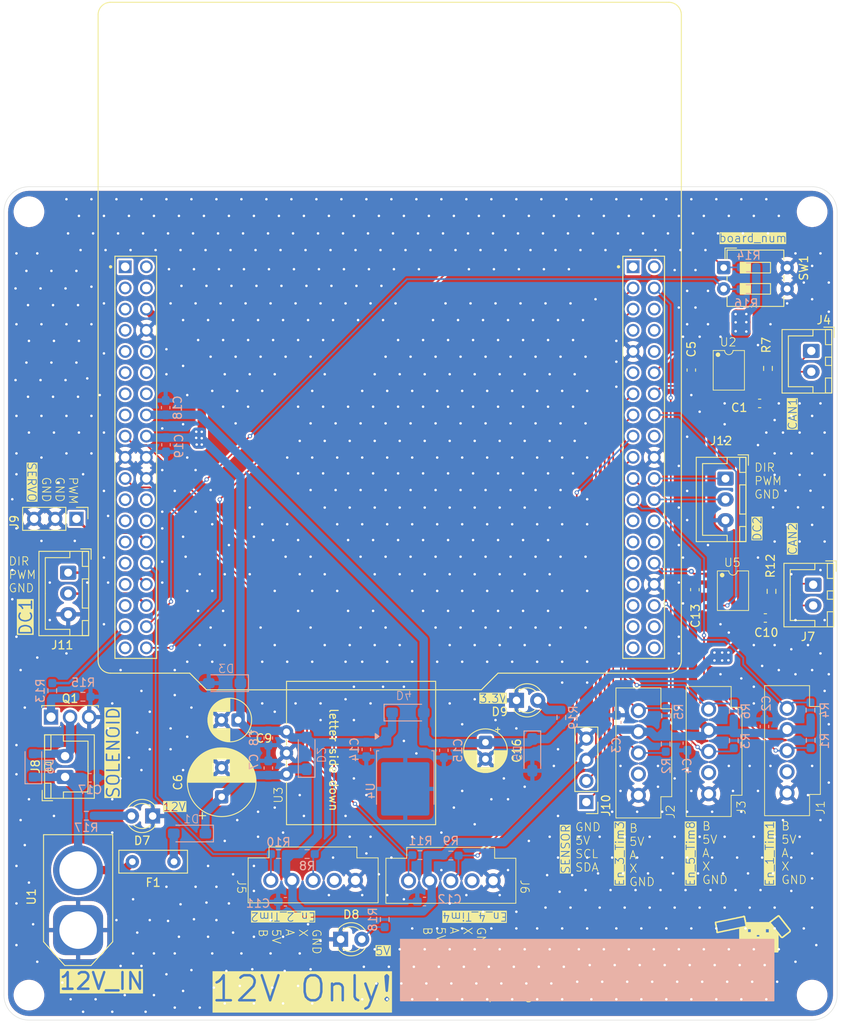
<source format=kicad_pcb>
(kicad_pcb (version 20241229) (generator "pcbnew") (generator_version "9.0")
  (layers (0 "F.Cu" signal) (2 "B.Cu" signal) (13 "F.Paste" user) (15 "B.Paste" user) (5 "F.SilkS" user "F.Silkscreen") (7 "B.SilkS" user "B.Silkscreen") (1 "F.Mask" user) (3 "B.Mask" user) (25 "Edge.Cuts" user))
  (net 0 "")
  (net 1 "GND")
  (net 2 "+3V3")
  (net 3 "+5V")
  (net 4 "Net-(D1-K)")
  (net 5 "PWM_servo")
  (net 6 "Net-(D1-A)")
  (net 7 "Net-(D6-A)")
  (net 8 "Net-(D7-A)")
  (net 9 "Net-(D8-A)")
  (net 10 "+12V")
  (net 11 "En1_A_Tim1_CH1")
  (net 12 "En1_B_Tim1_CH2")
  (net 14 "En3_B_Tim3_CH2")
  (net 16 "En3_A_Tim3_CH1")
  (net 17 "En5_A_Tim8_CH1")
  (net 19 "En5_B_Tim8_CH2")
  (net 20 "Net-(J4-Pin_2)")
  (net 21 "Net-(J4-Pin_1)")
  (net 22 "En2_B_Tim2_CH2")
  (net 23 "En2_A_Tim2_CH1")
  (net 26 "En4_A_Tim4_CH1")
  (net 27 "En4_B_Tim4_CH2")
  (net 28 "Net-(J7-Pin_2)")
  (net 29 "Net-(J7-Pin_1)")
  (net 30 "SDA")
  (net 31 "SCL")
  (net 32 "PWM_1")
  (net 33 "DIR_1")
  (net 34 "PWM_2")
  (net 35 "DIR_2")
  (net 36 "board_num1")
  (net 37 "board_num2")
  (net 38 "FDCAN_1TX")
  (net 39 "FDCAN_1RX")
  (net 40 "FDCAN_2TX")
  (net 41 "FDCAN_2RX")
  (net 45 "Net-(D9-A)")
  (net 58 "Net-(Q1-G)")
  (net 72 "SOLENOID")
  (footprint "MountingHole:MountingHole_3.2mm_M3" (layer "F.Cu") (at 90.5 137)
    (property "Reference" "REF**" (hide yes))
    (property "Value" "MountingHole_3.2mm_M3" (hide yes))
  )
  (footprint "Connector_JST:JST_XH_B2B-XH-A_1x02_P2.50mm_Vertical" (layer "F.Cu") (at 184.625 87.75 -90)
    (property "Reference" "J7")
    (property "Value" "FDCAN_2")
  )
  (footprint "MyLib:Pocket_Header_ver" (layer "F.Cu") (at 124.61 121.33 180)
    (property "Reference" "J5")
    (property "Value" "Conn_01x05_Socket_Encoder2")
  )
  (footprint "Connector_JST:JST_XH_B2B-XH-A_1x02_P2.50mm_Vertical" (layer "F.Cu") (at 94.8375 110.825 90)
    (property "Reference" "J8")
    (property "Value" "SOLENOID1")
  )
  (footprint "MountingHole:MountingHole_3.2mm_M3" (layer "F.Cu") (at 184.5 137)
    (property "Reference" "REF**" (hide yes))
    (property "Value" "MountingHole_3.2mm_M3" (hide yes))
  )
  (footprint "LED_THT:LED_D3.0mm" (layer "F.Cu") (at 105.35 115.51 180)
    (property "Reference" "D7")
    (property "Value" "LED")
  )
  (footprint "MyLib:BP5293-xx_horizontal" (layer "F.Cu") (at 125.615 107.95 -90)
    (property "Reference" "U3")
    (property "Value" "BP5293-50")
  )
  (footprint "Connector_AMASS:AMASS_XT60-M_1x02_P7.20mm_Vertical" (layer "F.Cu") (at 96.4 129.2 90)
    (property "Reference" "U1")
    (property "Value" "XT60_M")
  )
  (footprint "MyLib:ATA6561" (layer "F.Cu") (at 174.5 62.054724)
    (property "Reference" "U2")
    (property "Value" "ATA6561")
  )
  (footprint "Resistor_SMD:R_0603_1608Metric_Pad0.98x0.95mm_HandSolder" (layer "F.Cu") (at 179.625 88.55 -90)
    (property "Reference" "R12")
    (property "Value" "120")
  )
  (footprint "Connector_PinHeader_2.54mm:PinHeader_1x03_P2.54mm_Vertical" (layer "F.Cu") (at 96.2 79.85 -90)
    (property "Reference" "J9")
    (property "Value" "Conn_01x03_Pin")
  )
  (footprint "Connector_JST:JST_XH_B2B-XH-A_1x02_P2.50mm_Vertical" (layer "F.Cu") (at 184.4 59.7 -90)
    (property "Reference" "J4")
    (property "Value" "FDCAN_1")
  )
  (footprint "Capacitor_THT:C_Disc_D8.0mm_W2.5mm_P5.00mm" (layer "F.Cu") (at 102.91 120.99)
    (property "Reference" "F1")
    (property "Value" "Polyfuse")
  )
  (footprint "Connector_JST:JST_XH_B3B-XH-A_1x03_P2.50mm_Vertical" (layer "F.Cu") (at 174.1 75.025 -90)
    (property "Reference" "J12")
    (property "Value" "Conn_01x03_Pin")
  )
  (footprint "MyLib:NUCLEO-F446RE" (layer "F.Cu") (at 134 70.12)
    (property "Reference" "U6" (hide yes))
    (property "Value" "NUCLEO-F446RE")
  )
  (footprint "MyLib:Pocket_Header_ver" (layer "F.Cu") (at 183.39 107.67 90)
    (property "Reference" "J1")
    (property "Value" "Conn_01x05_Socket_Encoder1")
  )
  (footprint "Capacitor_SMD:C_0603_1608Metric_Pad1.08x0.95mm_HandSolder" (layer "F.Cu") (at 170.425 88.35 90)
    (property "Reference" "C13")
    (property "Value" "0.1u")
  )
  (footprint "MountingHole:MountingHole_3.2mm_M3" (layer "F.Cu") (at 90.5 43)
    (property "Reference" "REF**" (hide yes))
    (property "Value" "MountingHole_3.2mm_M3" (hide yes))
  )
  (footprint "MyLib:Pocket_Header_ver" (layer "F.Cu") (at 141.14 121.38 180)
    (property "Reference" "J6")
    (property "Value" "Conn_01x05_Socket_Encoder4")
  )
  (footprint "Capacitor_SMD:C_0603_1608Metric_Pad1.08x0.95mm_HandSolder" (layer "F.Cu") (at 178.8875 91.75)
    (property "Reference" "C10")
    (property "Value" "0.1u")
  )
  (footprint "MyLib:ROGIKEN" (layer "F.Cu") (at 177.25 131)
    (property "Reference" "ref**" (hide yes))
    (property "Value" "val**" (hide yes))
  )
  (footprint "MyLib:Pocket_Header_ver" (layer "F.Cu") (at 173.98 107.77 90)
    (property "Reference" "J3")
    (property "Value" "Conn_01x05_Socket_Encoder5")
  )
  (footprint "MyLib:Pocket_Header_ver" (layer "F.Cu") (at 165.55 107.9425 90)
    (property "Reference" "J2")
    (property "Value" "Conn_01x05_Socket_Encoder3")
  )
  (footprint "Connector_PinHeader_2.54mm:PinHeader_1x04_P2.54mm_Vertical" (layer "F.Cu") (at 157.4 113.84 180)
    (property "Reference" "J10")
    (property "Value" "Conn_01x04_Pin")
  )
  (footprint "Button_Switch_THT:SW_DIP_SPSTx02_Slide_6.7x6.64mm_W7.62mm_P2.54mm_LowProfile" (layer "F.Cu") (at 173.885 49.7125)
    (property "Reference" "SW1")
    (property "Value" "SW_DIP_x02_CANnum")
  )
  (footprint "MountingHole:MountingHole_3.2mm_M3" (layer "F.Cu") (at 184.5 43)
    (property "Reference" "REF**" (hide yes))
    (property "Value" "MountingHole_3.2mm_M3" (hide yes))
  )
  (footprint "Capacitor_THT:CP_Radial_D5.0mm_P2.00mm" (layer "F.Cu") (at 115.605112 103.99 180)
    (property "Reference" "C9")
    (property "Value" "16V 100u")
  )
  (footprint "Connector_JST:JST_XH_B3B-XH-A_1x03_P2.50mm_Vertical" (layer "F.Cu") (at 95.21 86.31 -90)
    (property "Reference" "J11")
    (property "Value" "Conn_01x03_Pin")
  )
  (footprint "LED_THT:LED_D3.0mm" (layer "F.Cu") (at 149.02 101.63)
    (property "Reference" "D9")
    (property "Value" "LED")
  )
  (footprint "Capacitor_SMD:C_0603_1608Metric_Pad1.08x0.95mm_HandSolder" (layer "F.Cu") (at 178.2 66)
    (property "Reference" "C1")
    (property "Value" "0.1u")
  )
  (footprint "Capacitor_SMD:C_0603_1608Metric_Pad1.08x0.95mm_HandSolder" (layer "F.Cu") (at 170 62 90)
    (property "Reference" "C5")
    (property "Value" "0.1u")
  )
  (footprint "Package_TO_SOT_THT:TO-251-3_Vertical" (layer "F.Cu") (at 93.1475 103.645)
    (property "Reference" "Q1")
    (property "Value" "MTA100N10KRI3")
  )
  (footprint "MyLib:ATA6561" (layer "F.Cu") (at 175 88.5)
    (property "Reference" "U5")
    (property "Value" "ATA6561")
  )
  (footprint "Resistor_SMD:R_0603_1608Metric_Pad0.98x0.95mm_HandSolder" (layer "F.Cu") (at 179.2 61.8 -90)
    (property "Reference" "R7")
    (property "Value" "120")
  )
  (footprint "Capacitor_THT:CP_Radial_D5.0mm_P2.00mm" (layer "F.Cu") (at 145.292 106.674888 -90)
    (property "Reference" "C16")
    (property "Value" "16V 100u")
  )
  (footprint "LED_THT:LED_D3.0mm" (layer "F.Cu") (at 127.91 130.3)
    (property "Reference" "D8")
    (property "Value" "LED")
  )
  (footprint "Capacitor_THT:CP_Radial_D8.0mm_P3.50mm" (layer "F.Cu") (at 113.63 113.21 90)
    (property "Reference" "C6")
    (property "Value" "35V 220u")
  )
  (footprint "MyLib:D_SOD-123_HandSolder" (layer "B.Cu") (at 109.9725 117.282 180)
    (property "Reference" "D1")
    (property "Value" "RB168MM100TR")
  )
  (footprint "Capacitor_SMD:C_0603_1608Metric_Pad1.08x0.95mm_HandSolder" (layer "B.Cu") (at 169.525 106.77 -90)
    (property "Reference" "C4")
    (property "Value" "0.1u")
  )
  (footprint "Diode_SMD:D_SOD-123F" (layer "B.Cu") (at 91.03 109.4275 90)
    (property "Reference" "D6")
    (property "Value" "GS1010FL")
  )
  (footprint "Capacitor_SMD:C_0603_1608Metric_Pad1.08x0.95mm_HandSolder" (layer "B.Cu") (at 121.275 125.8 180)
    (property "Reference" "C11")
    (property "Value" "0.1u")
  )
  (footprint "Capacitor_SMD:C_0603_1608Metric_Pad1.08x0.95mm_HandSolder" (layer "B.Cu") (at 119.23 109.75 90)
    (property "Reference" "C7")
    (property "Value" "0.1u")
  )
  (footprint "Resistor_SMD:R_0603_1608Metric_Pad0.98x0.95mm_HandSolder" (layer "B.Cu") (at 93.3 100.475 -90)
    (property "Reference" "R13")
    (property "Value" "1k")
  )
  (footprint "MyLib:D_SOD-123_HandSolder" (layer "B.Cu") (at 114.17 99.24 180)
    (property "Reference" "D3")
    (property "Value" "1N4148")
  )
  (footprint "Capacitor_SMD:C_0603_1608Metric_Pad1.08x0.95mm_HandSolder" (layer "B.Cu") (at 161.05 104.2825 90)
    (property "Reference" "C3")
    (property "Value" "0.1u")
  )
  (footprint "MyLib:D_SOD-123_HandSolder" (layer "B.Cu") (at 150.592 107.98 -90)
    (property "Reference" "D5")
    (property "Value" "1N4148")
  )
  (footprint "Resistor_SMD:R_0603_1608Metric_Pad0.98x0.95mm_HandSolder" (layer "B.Cu") (at 184.325 106.425 -90)
    (property "Reference" "R1")
    (property "Value" "4.7k")
  )
  (footprint "Capacitor_SMD:C_0603_1608Metric_Pad1.08x0.95mm_HandSolder" (layer "B.Cu") (at 140.292 107.63 -90)
    (property "Reference" "C15")
    (property "Value" "0.1u")
  )
  (footprint "Resistor_SMD:R_0603_1608Metric_Pad0.98x0.95mm_HandSolder" (layer "B.Cu") (at 176.8425 52.29 180)
    (property "Reference" "R16")
    (property "Value" "10k")
  )
  (footprint "MyLib:D_SOD-123_HandSolder" (layer "B.Cu") (at 135.792 103.43)
    (property "Reference" "D4")
    (property "Value" "1N4148")
  )
  (footprint "Resistor_SMD:R_0603_1608Metric_Pad0.98x0.95mm_HandSolder" (layer "B.Cu") (at 123.8875 120.075)
    (property "Reference" "R8")
    (property "Value" "4.7k")
  )
  (footprint "Resistor_SMD:R_0603_1608Metric_Pad0.98x0.95mm_HandSolder" (layer "B.Cu") (at 175.1 106.4575 -90)
    (property "Reference" "R3")
    (property "Value" "4.7k")
  )
  (footprint "Resistor_SMD:R_0603_1608Metric_Pad0.98x0.95mm_HandSolder" (layer "B.Cu") (at 141.14 120.25)
    (property "Reference" "R9")
    (property "Value" "4.7k")
  )
  (footprint "Capacitor_SMD:C_0603_1608Metric_Pad1.08x0.95mm_HandSolder" (layer "B.Cu") (at 178.775 104.775 90)
    (property "Reference" "C2")
    (property "Value" "0.1u")
  )
  (footprint "Resistor_SMD:R_0603_1608Metric_Pad0.98x0.95mm_HandSolder" (layer "B.Cu") (at 154.4 103.69 90)
    (property "Reference" "R19")
    (property "Value" "1k")
  )
  (footprint "Resistor_SMD:R_0603_1608Metric_Pad0.98x0.95mm_HandSolder" (layer "B.Cu") (at 166.975 103.4825 90)
    (property "Reference" "R5")
    (property "Value" "4.7k")
  )
  (footprint "Resistor_SMD:R_0603_1608Metric_Pad0.98x0.95mm_HandSolder" (layer "B.Cu") (at 184.3 102.8 90)
    (property "Reference" "R4")
    (property "Value" "4.7k")
  )
  (footprint "Resistor_SMD:R_0603_1608Metric_Pad0.98x0.95mm_HandSolder" (layer "B.Cu") (at 175.1 102.925 90)
    (property "Reference" "R6")
    (property "Value" "4.7k")
  )
  (footprint "Resistor_SMD:R_0603_1608Metric_Pad0.98x0.95mm_HandSolder" (layer "B.Cu") (at 96.975 101.2)
    (property "Reference" "R15")
    (property "Value" "10k")
  )
  (footprint "Resistor_SMD:R_0603_1608Metric_Pad0.98x0.95mm_HandSolder" (layer "B.Cu") (at 166.925 106.875 -90)
    (property "Reference" "R2")
    (property "Value" "4.7k")
  )
  (footprint "Package_TO_SOT_SMD:TO-252-2" (layer "B.Cu") (at 135.667 110.995 -90)
    (property "Reference" "U4")
    (property "Value" "BA033CC0FP")
  )
  (footprint "Capacitor_SMD:C_0603_1608Metric_Pad1.08x0.95mm_HandSolder" (layer "B.Cu") (at 119.23 106.15 -90)
    (property "Reference" "C8")
    (property "Value" "0.1u")
  )
  (footprint "Capacitor_SMD:C_0603_1608Metric_Pad1.08x0.95mm_HandSolder" (layer "B.Cu") (at 97.8375 110.925)
    (property "Reference" "C17")
    (property "Value" "0.1u")
  )
  (footprint "Capacitor_SMD:C_0603_1608Metric_Pad1.08x0.95mm_HandSolder" (layer "B.Cu") (at 106.91 66.51 90)
    (property "Reference" "C18")
    (property "Value" "0.1u")
  )
  (footprint "Resistor_SMD:R_0603_1608Metric_Pad0.98x0.95mm_HandSolder" (layer "B.Cu") (at 176.88 49.68 180)
    (property "Reference" "R14")
    (property "Value" "10k")
  )
  (footprint "Capacitor_SMD:C_0603_1608Metric_Pad1.08x0.95mm_HandSolder" (layer "B.Cu") (at 106.95 70.9675 -90)
    (property "Reference" "C19")
    (property "Value" "0.1u")
  )
  (footprint "Resistor_SMD:R_0603_1608Metric_Pad0.98x0.95mm_HandSolder" (layer "B.Cu") (at 120.45 120.075 180)
    (property "Reference" "R10")
    (property "Value" "4.7k")
  )
  (footprint "Capacitor_SMD:C_0603_1608Metric_Pad1.08x0.95mm_HandSolder" (layer "B.Cu") (at 130.992 107.53 -90)
    (property "Reference" "C14")
    (property "Value" "0.1u")
  )
  (footprint "Capacitor_SMD:C_0603_1608Metric_Pad1.08x0.95mm_HandSolder" (layer "B.Cu") (at 137.975 125.775 180)
    (property "Reference" "C12")
    (property "Value" "0.1u")
  )
  (footprint "Resistor_SMD:R_0603_1608Metric_Pad0.98x0.95mm_HandSolder" (layer "B.Cu") (at 133.2 127.925 -90)
    (property "Reference" "R18")
    (property "Value" "1k")
  )
  (footprint "MyLib:D_SOD-123_HandSolder" (layer "B.Cu") (at 124.158 108.19 90)
    (property "Reference" "D2")
    (property "Value" "1N4148")
  )
  (footprint "Resistor_SMD:R_0603_1608Metric_Pad0.98x0.95mm_HandSolder" (layer "B.Cu") (at 97.39 115.48)
    (property "Reference" "R17")
    (property "Value" "10k")
  )
  (footprint "Resistor_SMD:R_0603_1608Metric_Pad0.98x0.95mm_HandSolder" (layer "B.Cu") (at 137.425 120.2 180)
    (property "Reference" "R11")
    (property "Value" "4.7k")
  )
  (gr_rect (start 135.103059 130.323244) (end 179.896942 137.676756) (stroke (width 0.15)) (fill yes) (layer "B.SilkS"))
  (gr_line (start 90.5 140) (end 184.5 140) (stroke (width 0.05)) (layer "Edge.Cuts"))
  (gr_arc (start 187.5 137) (mid 186.62132 139.12132) (end 184.5 140) (stroke (width 0.05)) (layer "Edge.Cuts"))
  (gr_arc (start 87.5 43) (mid 88.37868 40.87868) (end 90.5 40) (stroke (width 0.05)) (layer "Edge.Cuts"))
  (gr_line (start 184.5 40) (end 90.5 40) (stroke (width 0.05)) (layer "Edge.Cuts"))
  (gr_line (start 87.5 43) (end 87.5 137) (stroke (width 0.05)) (layer "Edge.Cuts"))
  (gr_arc (start 90.5 140) (mid 88.37868 139.12132) (end 87.5 137) (stroke (width 0.05)) (layer "Edge.Cuts"))
  (gr_arc (start 184.5 40) (mid 186.62132 40.87868) (end 187.5 43) (stroke (width 0.05)) (layer "Edge.Cuts"))
  (gr_line (start 187.5 137) (end 187.5 43) (stroke (width 0.05)) (layer "Edge.Cuts"))
  (gr_text "En_3_Tim3" (at 162 124 90) (layer "F.SilkS" knockout) (effects (font (size 1 1) (thickness 0.1)) (justify left bottom)))
  (gr_text "5V" (at 132 132.287699 0) (layer "F.SilkS" knockout) (effects (font (size 1 1) (thickness 0.1)) (justify left bottom)))
  (gr_text "En_1_Tim1" (at 180 124 90) (layer "F.SilkS" knockout) (effects (font (size 1 1) (thickness 0.1)) (justify left bottom)))
  (gr_text "B\n5V\nA\nX\nGND" (at 180.75 123.75 0) (layer "F.SilkS") (effects (font (size 1 1) (thickness 0.1)) (justify left bottom)))
  (gr_text "12V" (at 106.5 115 0) (layer "F.SilkS" knockout) (effects (font (size 1 1) (thickness 0.1)) (justify left bottom)))
  (gr_text "PWM\nGND\nGND" (at 92 74.75 270) (layer "F.SilkS") (effects (font (size 1 1) (thickness 0.1)) (justify left bottom)))
  (gr_text "DC1" (at 91 94 90) (layer "F.SilkS" knockout) (effects (font (size 1.5 1.5) (thickness 0.1875)) (justify left bottom)))
  (gr_text "12V Only!" (at 112.25 138 0) (layer "F.SilkS" knockout) (effects (font (size 3 3) (thickness 0.3)) (justify left bottom)))
  (gr_text "GND\nX\nA\n5V\nB" (at 137.75 128.75 270) (layer "F.SilkS") (effects (font (size 1 1) (thickness 0.1)) (justify left bottom)))
  (gr_text "B\n5V\nA\nX\nGND" (at 171.25 123.75 0) (layer "F.SilkS") (effects (font (size 1 1) (thickness 0.1)) (justify left bottom)))
  (gr_text "SOLENOID" (at 101.5 113.5 90) (layer "F.SilkS" knockout) (effects (font (size 1.5 1.5) (thickness 0.1875)) (justify left bottom)))
  (gr_text "DIR\nPWM\nGND" (at 88 88.75 0) (layer "F.SilkS") (effects (font (size 1 1) (thickness 0.1)) (justify left bottom)))
  (gr_text "SERVO" (at 90.25 73 270) (layer "F.SilkS" knockout) (effects (font (size 1 1) (thickness 0.1)) (justify left bottom)))
  (gr_text "En_4_Tim4" (at 148 127 180) (layer "F.SilkS" knockout) (effects (font (size 1 1) (thickness 0.1)) (justify left bottom)))
  (gr_text "DC2" (at 178.5 82.575 90) (layer "F.SilkS" knockout) (effects (font (size 1 1) (thickness 0.1)) (justify left bottom)))
  (gr_text "B\n5V\nA\nX\nGND" (at 162.5 124 0) (layer "F.SilkS") (effects (font (size 1 1) (thickness 0.1)) (justify left bottom)))
  (gr_text "GND\n5V\nSCL\nSDA" (at 156 122.25 0) (layer "F.SilkS") (effects (font (size 1 1) (thickness 0.1)) (justify left bottom)))
  (gr_text "CAN2" (at 182.75 84.25 90) (layer "F.SilkS" knockout) (effects (font (size 1 1) (thickness 0.1)) (justify left bottom)))
  (gr_text "En_2_Tim2" (at 125 127 180) (layer "F.SilkS" knockout) (effects (font (size 1 1) (thickness 0.1)) (justify left bottom)))
  (gr_text "CAN1" (at 182.75 69.25 90) (layer "F.SilkS" knockout) (effects (font (size 1 1) (thickness 0.1)) (justify left bottom)))
  (gr_text "12V_IN" (at 94 136.5 0) (layer "F.SilkS" knockout) (effects (font (size 2 2) (thickness 0.3)) (justify left bottom)))
  (gr_text "SENSOR" (at 155.5 122.5 90) (layer "F.SilkS" knockout) (effects (font (size 1 1) (thickness 0.1)) (justify left bottom)))
  (gr_text "GND\nX\nA\n5V\nB" (at 118 129 270) (layer "F.SilkS") (effects (font (size 1 1) (thickness 0.1)) (justify left bottom)))
  (gr_text "DIR\nPWM\nGND" (at 177.5 77.5 0) (layer "F.SilkS") (effects (font (size 1 1) (thickness 0.1)) (justify left bottom)))
  (gr_text "En_5_Tim8" (at 170.5 124 90) (layer "F.SilkS" knockout) (effects (font (size 1 1) (thickness 0.1)) (justify left bottom)))
  (gr_text "board_num" (at 173.25 46.75 0) (layer "F.SilkS" knockout) (effects (font (size 1 1) (thickness 0.1)) (justify left bottom)))
  (gr_text "3.3V" (at 144.5 102 0) (layer "F.SilkS" knockout) (effects (font (size 1 1) (thickness 0.1)) (justify left bottom)))
  (gr_text "SpringRobocon2026_mainboard" (at 144 137.5 0) (layer "F.SilkS") (effects (font (size 1.5 1.5) (thickness 0.1)) (justify left bottom)))
  (segment (start 170 61.1375) (end 171.517776 61.1375) (width 0.5) (layer "F.Cu") (net 1))
  (segment (start 171.517776 61.1375) (end 171.8 61.419724) (width 0.5) (layer "F.Cu") (net 1))
  (segment (start 170.425 87.4875) (end 171.9225 87.4875) (width 0.5) (layer "F.Cu") (net 1))
  (segment (start 171.9225 87.4875) (end 172.3 87.865) (width 0.5) (layer "F.Cu") (net 1))
  (via (at 90.5 113.5) (size 0.6) (drill 0.3) (layers "F.Cu" "B.Cu") (net 1))
  (via (at 177 109.5) (size 0.6) (drill 0.3) (layers "F.Cu" "B.Cu") (net 1))
  (via (at 150.5 43.5) (size 0.6) (drill 0.3) (layers "F.Cu" "B.Cu") (net 1))
  (via (at 90.195 50.1025) (size 0.6) (drill 0.3) (layers "F.Cu" "B.Cu") (net 1))
  (via (at 168.5 43.5) (size 0.6) (drill 0.3) (layers "F.Cu" "B.Cu") (net 1))
  (via (at 170 112.5) (size 0.6) (drill 0.3) (layers "F.Cu" "B.Cu") (net 1))
  (via (at 168.5 96) (size 0.6) (drill 0.3) (layers "F.Cu" "B.Cu") (net 1))
  (via (at 150 62.5) (size 0.6) (drill 0.3) (layers "F.Cu" "B.Cu") (net 1))
  (via (at 152.805 82.3975) (size 0.6) (drill 0.3) (layers "F.Cu" "B.Cu") (net 1))
  (via (at 122.805 135.8975) (size 0.6) (drill 0.3) (layers "F.Cu" "B.Cu") (net 1))
  (via (at 185.5 66) (size 0.6) (drill 0.3) (layers "F.Cu" "B.Cu") (net 1))
  (via (at 143.195 45.6025) (size 0.6) (drill 0.3) (layers "F.Cu" "B.Cu") (net 1))
  (via (at 154.305 92.8975) (size 0.6) (drill 0.3) (layers "F.Cu" "B.Cu") (net 1))
  (via (at 111.805 125.8975) (size 0.6) (drill 0.3) (layers "F.Cu" "B.Cu") (net 1))
  (via (at 154.305 84.3975) (size 0.6) (drill 0.3) (layers "F.Cu" "B.Cu") (net 1))
  (via (at 148.5 137.5) (size 0.6) (drill 0.3) (layers "F.Cu" "B.Cu") (net 1))
  (via (at 141 126) (size 0.6) (drill 0.3) (layers "F.Cu" "B.Cu") (net 1))
  (via (at 170.5 50) (size 0.6) (drill 0.3) (layers "F.Cu" "B.Cu") (net 1))
  (via (at 140.805 58.3975) (size 0.6) (drill 0.3) (layers "F.Cu" "B.Cu") (net 1))
  (via (at 114.5 126) (size 0.6) (drill 0.3) (layers "F.Cu" "B.Cu") (net 1))
  (via (at 139.5 80.5) (size 0.6) (drill 0.3) (layers "F.Cu" "B.Cu") (net 1))
  (via (at 144.195 135.6025) (size 0.6) (drill 0.3) (layers "F.Cu" "B.Cu") (net 1))
  (via (at 153.5 109.5) (size 0.6) (drill 0.3) (layers "F.Cu" "B.Cu") (net 1))
  (via (at 186.5 98.5) (size 0.6) (drill 0.3) (layers "F.Cu" "B.Cu") (net 1))
  (via (at 133.5 72.5) (size 0.6) (drill 0.3) (layers "F.Cu" "B.Cu") (net 1))
  (via (at 137.805 74.3975) (size 0.6) (drill 0.3) (layers "F.Cu" "B.Cu") (net 1))
  (via (at 128.5 97) (size 0.6) (drill 0.3) (layers "F.Cu" "B.Cu") (net 1))
  (via (at 108.695 47.6025) (size 0.6) (drill 0.3) (layers "F.Cu" "B.Cu") (net 1))
  (via (at 153 131.5) (size 0.6) (drill 0.3) (layers "F.Cu" "B.Cu") (net 1))
  (via (at 133.5 137.5) (size 0.6) (drill 0.3) (layers "F.Cu" "B.Cu") (net 1))
  (via (at 139 56) (size 0.6) (drill 0.3) (layers "F.Cu" "B.Cu") (net 1))
  (via (at 142.5 112.5) (size 0.6) (drill 0.3) (layers "F.Cu" "B.Cu") (net 1))
  (via (at 154.5 80.5) (size 0.6) (drill 0.3) (layers "F.Cu" "B.Cu") (net 1))
  (via (at 182.5 133) (size 0.6) (drill 0.3) (layers "F.Cu" "B.Cu") (net 1))
  (via (at 184 113) (size 0.6) (drill 0.3) (layers "F.Cu" "B.Cu") (net 1))
  (via (at 99.5 92.5) (size 0.6) (drill 0.3) (layers "F.Cu" "B.Cu") (net 1))
  (via (at 112.5 97) (size 0.6) (drill 0.3) (layers "F.Cu" "B.Cu") (net 1))
  (via (at 154.5 137.5) (size 0.6) (drill 0.3) (layers "F.Cu" "B.Cu") (net 1))
  (via (at 92 67.5) (size 0.6) (drill 0.3) (layers "F.Cu" "B.Cu") (net 1))
  (via (at 112.305 60.3975) (size 0.6) (drill 0.3) (layers "F.Cu" "B.Cu") (net 1))
  (via (at 183 69.5) (size 0.6) (drill 0.3) (layers "F.Cu" "B.Cu") (net 1))
  (via (at 128.5 54) (size 0.6) (drill 0.3) (layers "F.Cu" "B.Cu") (net 1))
  (via (at 174 118) (size 0.6) (drill 0.3) (layers "F.Cu" "B.Cu") (net 1))
  (via (at 102 137) (size 0.6) (drill 0.3) (layers "F.Cu" "B.Cu") (net 1))
  (via (at 130.695 133.6025) (size 0.6) (drill 0.3) (layers "F.Cu" "B.Cu") (net 1))
  (via (at 115.805 135.8975) (size 0.6) (drill 0.3) (layers "F.Cu" "B.Cu") (net 1))
  (via (at 129 78.5) (size 0.6) (drill 0.3) (layers "F.Cu" "B.Cu") (net 1))
  (via (at 107.195 45.6025) (size 0.6) (drill 0.3) (layers "F.Cu" "B.Cu") (net 1))
  (via (at 156 70.5) (size 0.6) (drill 0.3) (layers "F.Cu" "B.Cu") (net 1))
  (via (at 143.805 74.3975) (size 0.6) (drill 0.3) (layers "F.Cu" "B.Cu") (net 1))
  (via (at 105 128) (size 0.6) (drill 0.3) (layers "F.Cu" "B.Cu") (net 1))
  (via (at 112.5 80.5) (size 0.6) (drill 0.3) (layers "F.Cu" "B.Cu") (net 1))
  (via (at 147.5 111) (size 0.6) (drill 0.3) (layers "F.Cu" "B.Cu") (net 1))
  (via (at 88.89 52.205) (size 0.6) (drill 0.3) (layers "F.Cu" "B.Cu") (net 1))
  (via (at 160.805 133.3975) (size 0.6) (drill 0.3) (layers "F.Cu" "B.Cu") (net 1))
  (via (at 136.5 137.5) (size 0.6) (drill 0.3) (layers "F.Cu" "B.Cu") (net 1))
  (via (at 138 86.5) (size 0.6) (drill 0.3) (layers "F.Cu" "B.Cu") (net 1))
  (via (at 125.195 45.6025) (size 0.6) (drill 0.3) (layers "F.Cu" "B.Cu") (net 1))
  (via (at 106.5 87.5) (size 0.6) (drill 0.3) (layers "F.Cu" "B.Cu") (net 1))
  (via (at 186.5 51.5) (size 0.6) (drill 0.3) (layers "F.Cu" "B.Cu") (net 1))
  (via (at 124.305 76.3975) (size 0.6) (drill 0.3) (layers "F.Cu" "B.Cu") (net 1))
  (via (at 168 126.5) (size 0.6) (drill 0.3) (layers "F.Cu" "B.Cu") (net 1))
  (via (at 180 118) (size 0.6) (drill 0.3) (layers "F.Cu" "B.Cu") (net 1))
  (via (at 136.305 84.3975) (size 0.6) (drill 0.3) (layers "F.Cu" "B.Cu") (net 1))
  (via (at 130.305 92.8975) (size 0.6) (drill 0.3) (layers "F.Cu" "B.Cu") (net 1))
  (via (at 180 68) (size 0.6) (drill 0.3) (layers "F.Cu" "B.Cu") (net 1))
  (via (at 132 86.5) (size 0.6) (drill 0.3) (layers "F.Cu" "B.Cu") (net 1))
  (via (at 108.695 126.1025) (size 0.6) (drill 0.3) (layers "F.Cu" "B.Cu") (net 1))
  (via (at 101.5 111) (size 0.6) (drill 0.3) (layers "F.Cu" "B.Cu") (net 1))
  (via (at 114.5 83) (size 0.6) (drill 0.3) (layers "F.Cu" "B.Cu") (net 1))
  (via (at 149.805 66.3975) (size 0.6) (drill 0.3) (layers "F.Cu" "B.Cu") (net 1))
  (via (at 153 118) (size 0.6) (drill 0.3) (layers "F.Cu" "B.Cu") (net 1))
  (via (at 109.305 84.3975) (size 0.6) (drill 0.3) (layers "F.Cu" "B.Cu") (net 1))
  (via (at 120.5 43.5) (size 0.6) (drill 0.3) (layers "F.Cu" "B.Cu") (net 1))
  (via (at 117.305 133.8975) (size 0.6) (drill 0.3) (layers "F.Cu" "B.Cu") (net 1))
  (via (at 175.5 120.5) (size 0.6) (drill 0.3) (layers "F.Cu" "B.Cu") (net 1))
  (via (at 106.5 85) (size 0.6) (drill 0.3) (layers "F.Cu" "B.Cu") (net 1))
  (via (at 181 69.5) (size 0.6) (drill 0.3) (layers "F.Cu" "B.Cu") (net 1))
  (via (at 131.305 49.8975) (size 0.6) (drill 0.3) (layers "F.Cu" "B.Cu") (net 1))
  (via (at 175.305 124.3975) (size 0.6) (drill 0.3) (layers "F.Cu" "B.Cu") (net 1))
  (via (at 149 127) (size 0.6) (drill 0.3) (layers "F.Cu" "B.Cu") (net 1))
  (via (at 166 109.5) (size 0.6) (drill 0.3) (layers "F.Cu" "B.Cu") (net 1))
  (via (at 154 120.5) (size 0.6) (drill 0.3) (layers "F.Cu" "B.Cu") (net 1))
  (via (at 110.195 45.6025) (size 0.6) (drill 0.3) (layers "F.Cu" "B.Cu") (net 1))
  (via (at 146.805 90.8975) (size 0.6) (drill 0.3) (layers "F.Cu" "B.Cu") (net 1))
  (via (at 159.5 43.5) (size 0.6) (drill 0.3) (layers "F.Cu" "B.Cu") (net 1))
  (via (at 113.195 45.6025) (size 0.6) (drill 0.3) (layers "F.Cu" "B.Cu") (net 1))
  (via (at 152.805 90.8975) (size 0.6) (drill 0.3) (layers "F.Cu" "B.Cu") (net 1))
  (via (at 169 58) (size 0.6) (drill 0.3) (layers "F.Cu" "B.Cu") (net 1))
  (via (at 162.695 47.6025) (size 0.6) (drill 0.3) (layers "F.Cu" "B.Cu") (net 1))
  (via (at 155.805 74.3975) (size 0.6) (drill 0.3) (layers "F.Cu" "B.Cu") (net 1))
  (via (at 148.305 92.8975) (size 0.6) (drill 0.3) (layers "F.Cu" "B.Cu") (net 1))
  (via (at 104 100.5) (size 0.6) (drill 0.3) (layers "F.Cu" "B.Cu") (net 1))
  (via (at 168.5 73.5) (size 0.6) (drill 0.3) (layers "F.Cu" "B.Cu") (net 1))
  (via (at 124 56) (size 0.6) (drill 0.3) (layers "F.Cu" "B.Cu") (net 1))
  (via (at 151.695 133.6025) (size 0.6) (drill 0.3) (layers "F.Cu" "B.Cu") (net 1))
  (via (at 150 70.5) (size 0.6) (drill 0.3) (layers "F.Cu" "B.Cu") (net 1))
  (via (at 140.5 54) (size 0.6) (drill 0.3) (layers "F.Cu" "B.Cu") (net 1))
  (via (at 116.305 49.8975) (size 0.6) (drill 0.3) (layers "F.Cu" "B.Cu") (net 1))
  (via (at 169 84.5) (size 0.6) (drill 0.3) (layers "F.Cu" "B.Cu") (net 1))
  (via (at 132 78.5) (size 0.6) (drill 0.3) (layers "F.Cu" "B.Cu") (net 1))
  (via (at 130.305 76.3975) (size 0.6) (drill 0.3) (layers "F.Cu" "B.Cu") (net 1))
  (via (at 100 79.5) (size 0.6) (drill 0.3) (layers "F.Cu" "B.Cu") (net 1))
  (via (at 110.305 127.8975) (size 0.6) (drill 0.3) (layers "F.Cu" "B.Cu") (net 1))
  (via (at 123 86.5) (size 0.6) (drill 0.3) (layers "F.Cu" "B.Cu") (net 1))
  (via (at 126.5 43.5) (size 0.6) (drill 0.3) (layers "F.Cu" "B.Cu") (net 1))
  (via (at 172.5 115) (size 0.6) (drill 0.3) (layers "F.Cu" "B.Cu") (net 1))
  (via (at 128 41.5) (size 0.6) (drill 0.3) (layers "F.Cu" "B.Cu") (net 1))
  (via (at 90 102.5) (size 0.6) (drill 0.3) (layers "F.Cu" "B.Cu") (net 1))
  (via (at 136.305 60.3975) (size 0.6) (drill 0.3) (layers "F.Cu" "B.Cu") (net 1))
  (via (at 147.195 135.6025) (size 0.6) (drill 0.3) (layers "F.Cu" "B.Cu") (net 1))
  (via (at 171.5 43.5) (size 0.6) (drill 0.3) (layers "F.Cu" "B.Cu") (net 1))
  (via (at 164.195 45.6025) (size 0.6) (drill 0.3) (layers "F.Cu" "B.Cu") (net 1))
  (via (at 126 70.5) (size 0.6) (drill 0.3) (layers "F.Cu" "B.Cu") (net 1))
  (via (at 119.305 49.8975) (size 0.6) (drill 0.3) (layers "F.Cu" "B.Cu") (net 1))
  (via (at 95 67.5) (size 0.6) (drill 0.3) (layers "F.Cu" "B.Cu") (net 1))
  (via (at 150 131.5) (size 0.6) (drill 0.3) (layers "F.Cu" "B.Cu") (net 1))
  (via (at 143.5 54) (size 0.6) (drill 0.3) (layers "F.Cu" "B.Cu") (net 1))
  (via (at 135 131.5) (size 0.6) (drill 0.3) (layers "F.Cu" "B.Cu") (net 1))
  (via (at 178 59) (size 0.6) (drill 0.3) (layers "F.Cu" "B.Cu") (net 1))
  (via (at 125.305 49.8975) (size 0.6) (drill 0.3) (layers "F.Cu" "B.Cu") (net 1))
  (via (at 90.5 123.5) (size 0.6) (drill 0.3) (layers "F.Cu" "B.Cu") (net 1))
  (via (at 171 58) (size 0.6) (drill 0.3) (layers "F.Cu" "B.Cu") (net 1))
  (via (at 143 125) (size 0.6) (drill 0.3) (layers "F.Cu" "B.Cu") (net 1))
  (via (at 128.805 66.3975) (size 0.6) (drill 0.3) (layers "F.Cu" "B.Cu") (net 1))
  (via (at 88.5 77.5) (size 0.6) (drill 0.3) (layers "F.Cu" "B.Cu") (net 1))
  (via (at 124.5 72.5) (size 0.6) (drill 0.3) (layers "F.Cu" "B.Cu") (net 1))
  (via (at 177.5 102) (size 0.5) (drill 0.3) (layers "F.Cu" "B.Cu") (net 1))
  (via (at 172 52.5) (size 0.6) (drill 0.3) (layers "F.Cu" "B.Cu") (net 1))
  (via (at 122.5 102) (size 0.6) (drill 0.3) (layers "F.Cu" "B.Cu") (net 1))
  (via (at 133.5 125) (size 0.6) (drill 0.3) (layers "F.Cu" "B.Cu") (net 1))
  (via (at 89 56.5) (size 0.6) (drill 0.3) (layers "F.Cu" "B.Cu") (net 1))
  (via (at 104 41.5) (size 0.6) (drill 0.3) (layers "F.Cu" "B.Cu") (net 1))
  (via (at 127.5 88.5) (size 0.6) (drill 0.3) (layers "F.Cu" "B.Cu") (net 1))
  (via (at 139.305 76.3975) (size 0.6) (drill 0.3) (layers "F.Cu" "B.Cu") (net 1))
  (via (at 185.5 116) (size 0.6) (drill 0.3) (layers "F.Cu" "B.Cu") (net 1))
  (via (at 108 132) (size 0.6) (drill 0.3) (layers "F.Cu" "B.Cu") (net 1))
  (via (at 125.5 130.5) (size 0.6) (drill 0.3) (layers "F.Cu" "B.Cu") (net 1))
  (via (at 147 86.5) (size 0.6) (drill 0.3) (layers "F.Cu" "B.Cu") (net 1))
  (via (at 135.695 47.6025) (size 0.6) (drill 0.3) (layers "F.Cu" "B.Cu") (net 1))
  (via (at 157.305 60.3975) (size 0.6) (drill 0.3) (layers "F.Cu" "B.Cu") (net 1))
  (via (at 171.695 47.6025) (size 0.6) (drill 0.3) (layers "F.Cu" "B.Cu") (net 1))
  (via (at 145.305 92.8975) (size 0.6) (drill 0.3) (layers "F.Cu" "B.Cu") (net 1))
  (via (at 138 70.5) (size 0.6) (drill 0.3) (layers "F.Cu" "B.Cu") (net 1))
  (via (at 169.5 76.5) (size 0.6) (drill 0.3) (layers "F.Cu" "B.Cu") (net 1))
  (via (at 162.305 135.3975) (size 0.6) (drill 0.3) (layers "F.Cu" "B.Cu") (net 1))
  (via (at 90.195 61.1025) (size 0.6) (drill 0.3) (layers "F.Cu" "B.Cu") (net 1))
  (via (at 184.5 67.5) (size 0.6) (drill 0.3) (layers "F.Cu" "B.Cu") (net 1))
  (via (at 134.195 45.6025) (size 0.6) (drill 0.3) (layers "F.Cu" "B.Cu") (net 1))
  (via (at 115.305 60.3975) (size 0.6) (drill 0.3) (layers "F.Cu" "B.Cu") (net 1))
  (via (at 146 41.5) (size 0.6) (drill 0.3) (layers "F.Cu" "B.Cu") (net 1))
  (via (at 173 137.5) (size 0.6) (drill 0.3) (layers "F.Cu" "B.Cu") (net 1))
  (via (at 154.695 133.6025) (size 0.6) (drill 0.3) (layers "F.Cu" "B.Cu") (net 1))
  (via (at 101 41.5) (size 0.6) (drill 0.3) (layers "F.Cu" "B.Cu") (net 1))
  (via (at 119 41.5) (size 0.6) (drill 0.3) (layers "F.Cu" "B.Cu") (net 1))
  (via (at 154.305 68.3975) (size 0.6) (drill 0.3) (layers "F.Cu" "B.Cu") (net 1))
  (via (at 104 133.5) (size 0.6) (drill 0.3) (layers "F.Cu" "B.Cu") (net 1))
  (via (at 143 41.5) (size 0.6) (drill 0.3) (layers "F.Cu" "B.Cu") (net 1))
  (via (at 180.5 66) (size 0.6) (drill 0.3) (layers "F.Cu" "B.Cu") (net 1))
  (via (at 158.805 122.3975) (size 0.6) (drill 0.3) (layers "F.Cu" "B.Cu") (net 1))
  (via (at 134.805 82.3975) (size 0.6) (drill 0.3) (layers "F.Cu" "B.Cu") (net 1))
  (via (at 176 115) (size 0.6) (drill 0.3) (layers "F.Cu" "B.Cu") (net 1))
  (via (at 172 56.5) (size 0.6) (drill 0.3) (layers "F.Cu" "B.Cu") (net 1))
  (via (at 121.305 84.3975) (size 0.6) (drill 0.3) (layers "F.Cu" "B.Cu") (net 1))
  (via (at 100.5 117.5) (size 0.6) (drill 0.3) (layers "F.Cu" "B.Cu") (net 1))
  (via (at 146.805 74.3975) (size 0.6) (drill 0.3) (layers "F.Cu" "B.Cu") (net 1))
  (via (at 107 124) (size 0.6) (drill 0.3) (layers "F.Cu" "B.Cu") (net 1))
  (via (at 154.5 99.5) (size 0.6) (drill 0.3) (layers "F.Cu" "B.Cu") (net 1))
  (via (at 144 62.5) (size 0.6) (drill 0.3) (layers "F.Cu" "B.Cu") (net 1))
  (via (at 181.5 54) (size 0.6) (drill 0.3) (layers "F.Cu" "B.Cu") (net 1))
  (via (at 161.195 45.6025) (size 0.6) (drill 0.3) (layers "F.Cu" "B.Cu") (net 1))
  (via (at 142.5 104.5) (size 0.6) (drill 0.3) (layers "F.Cu" "B.Cu") (net 1))
  (via (at 121 130) (size 0.6) (drill 0.3) (layers "F.Cu" "B.Cu") (net 1))
  (via (at 161 58.5) (size 0.6) (drill 0.3) (layers "F.Cu" "B.Cu") (net 1))
  (via (at 114.695 47.6025) (size 0.6) (drill 0.3) (layers "F.Cu" "B.Cu") (net 1))
  (via (at 155.805 58.3975) (size 0.6) (drill 0.3) (layers "F.Cu" "B.Cu") (net 1))
  (via (at 169.5 120.5) (size 0.6) (drill 0.3) (layers "F.Cu" "B.Cu") (net 1))
  (via (at 136.305 68.3975) (size 0.6) (drill 0.3) (layers "F.Cu" "B.Cu") (net 1))
  (via (at 168.305 135.3975) (size 0.6) (drill 0.3) (layers "F.Cu" "B.Cu") (net 1))
  (via (at 185 131) (size 0.6) (drill 0.3) (layers "F.Cu" "B.Cu") (net 1))
  (via (at 96.39 54.205) (size 0.6) (drill 0.3) (layers "F.Cu" "B.Cu") (net 1))
  (via (at 142 56) (size 0.6) (drill 0.3) (layers "F.Cu" "B.Cu") (net 1))
  (via (at 108 101) (size 0.6) (drill 0.3) (layers "F.Cu" "B.Cu") (net 1))
  (via (at 133.305 92.8975) (size 0.6) (drill 0.3) (layers "F.Cu" "B.Cu") (net 1))
  (via (at 155 41.5) (size 0.6) (drill 0.3) (layers "F.Cu" "B.Cu") (net 1))
  (via (at 145.695 133.6025) (size 0.6) (drill 0.3) (layers "F.Cu" "B.Cu") (net 1))
  (via (at 89 110.5) (size 0.6) (drill 0.3) (layers "F.Cu" "B.Cu") (net 1))
  (via (at 157.305 124.3975) (size 0.6) (drill 0.3) (layers "F.Cu" "B.Cu") (net 1))
  (via (at 144 116.5) (size 0.6) (drill 0.3) (layers "F.Cu" "B.Cu") (net 1))
  (via (at 164 129) (size 0.6) (drill 0.3) (layers "F.Cu" "B.Cu") (net 1))
  (via (at 154.5 88.5) (size 0.6) (drill 0.3) (layers "F.Cu" "B.Cu") (net 1))
  (via (at 91 128.5) (size 0.6) (drill 0.3) (layers "F.Cu" "B.Cu") (net 1))
  (via (at 98.5 137.5) (size 0.6) (drill 0.3) (layers "F.Cu" "B.Cu") (net 1))
  (via (at 161.5 112.5) (size 0.6) (drill 0.3) (layers "F.Cu" "B.Cu") (net 1))
  (via (at 122.305 49.8975) (size 0.6) (drill 0.3) (layers "F.Cu" "B.Cu") (net 1))
  (via (at 169.805 133.3975) (size 0.6) (drill 0.3) (layers "F.Cu" "B.Cu") (net 1))
  (via (at 151.5 80.5) (size 0.6) (drill 0.3) (layers "F.Cu" "B.Cu") (net 1))
  (via (at 180.5 131.5) (size 0.6) (drill 0.3) (layers "F.Cu" "B.Cu") (net 1))
  (via (at 162 126.5) (size 0.6) (drill 0.3) (layers "F.Cu" "B.Cu") (net 1))
  (via (at 113.805 66.3975) (size 0.6) (drill 0.3) (layers "F.Cu" "B.Cu") (net 1))
  (via (at 97.5 87.5) (size 0.6) (drill 0.3) (layers "F.Cu" "B.Cu") (net 1))
  (via (at 143.805 90.8975) (size 0.6) (drill 0.3) (layers "F.Cu" "B.Cu") (net 1))
  (via (at 127.5 72.5) (size 0.6) (drill 0.3) (layers "F.Cu" "B.Cu") (net 1))
  (via (at 176 99) (size 0.6) (drill 0.3) (layers "F.Cu" "B.Cu") (net 1))
  (via (at 131.805 82.3975) (size 0.6) (drill 0.3) (layers "F.Cu" "B.Cu") (net 1))
  (via (at 157.305 84.3975) (size 0.6) (drill 0.3) (layers "F.Cu" "B.Cu") (net 1))
  (via (at 135.5 125.5) (size 0.6) (drill 0.3) (layers "F.Cu" "B.Cu") (net 1))
  (via (at 112 121.5) (size 0.6) (drill 0.3) (layers "F.Cu" "B.Cu") (net 1))
  (via (at 95.195 45.6025) (size 0.6) (drill 0.3) (layers "F.Cu" "B.Cu") (net 1))
  (via (at 116.805 58.3975) (size 0.6) (drill 0.3) (layers "F.Cu" "B.Cu") (net 1))
  (via (at 169.5 115) (size 0.6) (drill 0.3) (layers "F.Cu" "B.Cu") (net 1))
  (via (at 149.805 74.3975) (size 0.6) (drill 0.3) (layers "F.Cu" "B.Cu") (net 1))
  (via (at 181 116) (size 0.6) (drill 0.3) (layers "F.Cu" "B.Cu") (net 1))
  (via (at 128.5 101.5) (size 0.6) (drill 0.3) (layers "F.Cu" "B.Cu") (net 1))
  (via (at 117 62.5) (size 0.6) (drill 0.3) (layers "F.Cu" "B.Cu") (net 1))
  (via (at 166.5 115) (size 0.6) (drill 0.3) (layers "F.Cu" "B.Cu") (net 1))
  (via (at 153.195 135.6025) (size 0.6) (drill 0.3) (layers "F.Cu" "B.Cu") (net 1))
  (via (at 141.5 114.5) (size 0.6) (drill 0.3) (layers "F.Cu" "B.Cu") (net 1))
  (via (at 101.195 45.6025) (size 0.6) (drill 0.3) (layers "F.Cu" "B.Cu") (net 1))
  (via (at 148.5 88.5) (size 0.6) (drill 0.3) (layers "F.Cu" "B.Cu") (net 1))
  (via (at 169.305 124.3975) (size 0.6) (drill 0.3) (layers "F.Cu" "B.Cu") (net 1))
  (via (at 92 56.5) (size 0.6) (drill 0.3) (layers "F.Cu" "B.Cu") (net 1))
  (via (at 148.305 84.3975) (size 0.6) (drill 0.3) (layers "F.Cu" "B.Cu") (net 1))
  (via (at 147 125) (size 0.6) (drill 0.3) (layers "F.Cu" "B.Cu") (net 1))
  (via (at 132 70.5) (size 0.6) (drill 0.3) (layers "F.Cu" "B.Cu") (net 1))
  (via (at 124.305 133.8975) (size 0.6) (drill 0.3) (layers "F.Cu" "B.Cu") (net 1))
  (via (at 170.5 54.5) (size 0.6) (drill 0.3) (layers "F.Cu" "B.Cu") (net 1))
  (via (at 131 120) (size 0.6) (drill 0.3) (layers "F.Cu" "B.Cu") (net 1))
  (via (at 129 118) (size 0.6) (drill 0.3) (layers "F.Cu" "B.Cu") (net 1))
  (via (at 159 126.5) (size 0.6) (drill 0.3) (layers "F.Cu" "B.Cu") (net 1))
  (via (at 168.5 102.5) (size 0.6) (drill 0.3) (layers "F.Cu" "B.Cu") (net 1))
  (via (at 137.805 82.3975) (size 0.6) (drill 0.3) (layers "F.Cu" "B.Cu") (net 1))
  (via (at 94 75.5) (size 0.6) (drill 0.3) (layers "F.Cu" "B.Cu") (net 1))
  (via (at 149.805 90.8975) (size 0.6) (drill 0.3) (layers "F.Cu" "B.Cu") (net 1))
  (via (at 148.5 64.5) (size 0.6) (drill 0.3) (layers "F.Cu" "B.Cu") (net 1))
  (via (at 124 128.5) (size 0.6) (drill 0.3) (layers "F.Cu" "B.Cu") (net 1))
  (via (at 139.5 88.5) (size 0.6) (drill 0.3) (layers "F.Cu" "B.Cu") (net 1))
  (via (at 168.5 131.5) (size 0.6) (drill 0.3) (layers "F.Cu" "B.Cu") (net 1))
  (via (at 132.695 47.6025) (size 0.6) (drill 0.3) (layers "F.Cu" "B.Cu") (net 1))
  (via (at 145 127) (size 0.6) (drill 0.3) (layers "F.Cu" "B.Cu") (net 1))
  (via (at 136.5 80.5) (size 0.6) (drill 0.3) (layers "F.Cu" "B.Cu") (net 1))
  (via (at 184 95) (size 0.6) (drill 0.3) (layers "F.Cu" "B.Cu") (net 1))
  (via (at 185.5 86) (size 0.6) (drill 0.3) (layers "F.Cu" "B.Cu") (net 1))
  (via (at 141.195 135.6025) (size 0.6) (drill 0.3) (layers "F.Cu" "B.Cu") (net 1))
  (via (at 165.5 43.5) (size 0.6) (drill 0.3) (layers "F.Cu" "B.Cu") (net 1))
  (via (at 154.305 60.3975) (size 0.6) (drill 0.3) (layers "F.Cu" "B.Cu") (net 1))
  (via (at 180 129) (size 0.6) (drill 0.3) (layers "F.Cu" "B.Cu") (net 1))
  (via (at 105.5 132) (size 0.6) (drill 0.3) (layers "F.Cu" "B.Cu") (net 1))
  (via (at 125.805 74.3975) (size 0.6) (drill 0.3) (layers "F.Cu" "B.Cu") (net 1))
  (via (at 147.5 43.5) (size 0.6) (drill 0.3) (layers "F.Cu" "B.Cu") (net 1))
  (via (at 146.805 66.3975) (size 0.6) (drill 0.3) (layers "F.Cu" "B.Cu") (net 1))
  (via (at 117.5 130) (size 0.6) (drill 0.3) (layers "F.Cu" "B.Cu") (net 1))
  (via (at 119.805 82.3975) (size 0.6) (drill 0.3) (layers "F.Cu" "B.Cu") (net 1))
  (via (at 167.195 45.6025) (size 0.6) (drill 0.3) (layers "F.Cu" "B.Cu") (net 1))
  (via (at 135.5 106.5) (size 0.6) (drill 0.3) (layers "F.Cu" "B.Cu") (net 1))
  (via (at 146.805 82.3975) (size 0.6) (drill 0.3) (layers "F.Cu" "B.Cu") (net 1))
  (via (at 181.5 80.575) (size 0.6) (drill 0.3) (layers "F.Cu" "B.Cu") (net 1))
  (via (at 96.195 50.1025) (size 0.6) (drill 0.3) (layers "F.Cu" "B.Cu") (net 1))
  (via (at 110.5 54) (size 0.6) (drill 0.3) (layers "F.Cu" "B.Cu") (net 1))
  (via (at 156.695 47.6025) (size 0.6) (drill 0.3) (layers "F.Cu" "B.Cu") (net 1))
  (via (at 126.695 47.6025) (size 0.6) (drill 0.3) (layers "F.Cu" "B.Cu") (net 1))
  (via (at 89 131) (size 0.6) (drill 0.3) (layers "F.Cu" "B.Cu") (net 1))
  (via (at 118.305 60.3975) (size 0.6) (drill 0.3) (layers "F.Cu" "B.Cu") (net 1))
  (via (at 116 132) (size 0.6) (drill 0.3) (layers "F.Cu" "B.Cu") (net 1))
  (via (at 101.5 98) (size 0.6) (drill 0.3) (layers "F.Cu" "B.Cu") (net 1))
  (via (at 177.5 95) (size 0.6) (drill 0.3) (layers "F.Cu" "B.Cu") (net 1))
  (via (at 93.5 69.5) (size 0.6) (drill 0.3) (layers "F.Cu" "B.Cu") (net 1))
  (via (at 176.5 129) (size 0.6) (drill 0.3) (layers "F.Cu" "B.Cu") (net 1))
  (via (at 155.695 122.6025) (size 0.6) (drill 0.3) (layers "F.Cu" "B.Cu") (net 1))
  (via (at 130.5 97) (size 0.6) (drill 0.3) (layers "F.Cu" "B.Cu") (net 1))
  (via (at 136.695 133.6025) (size 0.6) (drill 0.3) (layers "F.Cu" "B.Cu") (net 1))
  (via (at 122.805 66.3975) (size 0.6) (drill 0.3) (layers "F.Cu" "B.Cu") (net 1))
  (via (at 167 129) (size 0.6) (drill 0.3) (layers "F.Cu" "B.Cu") (net 1))
  (via (at 139.305 92.8975) (size 0.6) (drill 0.3) (layers "F.Cu" "B.Cu") (net 1))
  (via (at 171 67) (size 0.6) (drill 0.3) (layers "F.Cu" "B.Cu") (net 1))
  (via (at 170.195 45.6025) (size 0.6) (drill 0.3) (layers "F.Cu" "B.Cu") (net 1))
  (via (at 101.5 133.5) (size 0.6) (drill 0.3) (layers "F.Cu" "B.Cu") (net 1))
  (via (at 98 56.5) (size 0.6) (drill 0.3) (layers "F.Cu" "B.Cu") (net 1))
  (via (at 182 120.5) (size 0.6) (drill 0.3) (layers "F.Cu" "B.Cu") (net 1))
  (via (at 140.805 82.3975) (size 0.6) (drill 0.3) (layers "F.Cu" "B.Cu") (net 1))
  (via (at 91.89 52.205) (size 0.6) (drill 0.3) (layers "F.Cu" "B.Cu") (net 1))
  (via (at 153 70.5) (size 0.6) (drill 0.3) (layers "F.Cu" "B.Cu") (net 1))
  (via (at 180.5 43.5) (size 0.6) (drill 0.3) (layers "F.Cu" "B.Cu") (net 1))
  (via (at 137 108) (size 0.6) (drill 0.3) (layers "F.Cu" "B.Cu") (net 1))
  (via (at 133.5 97) (size 0.6) (drill 0.3) (layers "F.Cu" "B.Cu") (net 1))
  (via (at 122.5 54) (size 0.6) (drill 0.3) (layers "F.Cu" "B.Cu") (net 1))
  (via (at 142.5 72.5) (size 0.6) (drill 0.3) (layers "F.Cu" "B.Cu") (net 1))
  (via (at 101 128) (size 0.6) (drill 0.3) (layers "F.Cu" "B.Cu") (net 1))
  (via (at 170 137.5) (size 0.6) (drill 0.3) (layers "F.Cu" "B.Cu") (net 1))
  (via (at 131.805 74.3975) (size 0.6) (drill 0.3) (layers "F.Cu" "B.Cu") (net 1))
  (via (at 94.89 63.205) (size 0.6) (drill 0.3) (layers "F.Cu" "B.Cu") (net 1))
  (via (at 137.805 90.8975) (size 0.6) (drill 0.3) (layers "F.Cu" "B.Cu") (net 1))
  (via (at 98.195 45.6025) (size 0.6) (drill 0.3) (layers "F.Cu" "B.Cu") (net 1))
  (via (at 174.5 109.5) (size 0.6) (drill 0.3) (layers "F.Cu" "B.Cu") (net 1))
  (via (at 151.305 92.8975) (size 0.6) (drill 0.3) (layers "F.Cu" "B.Cu") (net 1))
  (via (at 153 78.5) (size 0.6) (drill 0.3) (layers "F.Cu" "B.Cu") (net 1))
  (via (at 106.5 79) (size 0.6) (drill 0.3) (layers "F.Cu" "B.Cu") (net 1))
  (via (at 105.5 137) (size 0.6) (drill 0.3) (layers "F.Cu" "B.Cu") (net 1))
  (via (at 151.5 72.5) (size 0.6) (drill 0.3) (layers "F.Cu" "B.Cu") (net 1))
  (via (at 139.5 137.5) (size 0.6) (drill 0.3) (layers "F.Cu" "B.Cu") (net 1))
  (via (at 93.195 50.1025) (size 0.6) (drill 0.3) (layers "F.Cu" "B.Cu") (net 1))
  (via (at 132.195 135.6025) (size 0.6) (drill 0.3) (layers "F.Cu" "B.Cu") (net 1))
  (via (at 103 125.5) (size 0.6) (drill 0.3) (layers "F.Cu" "B.Cu") (net 1))
  (via (at 141 78.5) (size 0.6) (drill 0.3) (layers "F.Cu" "B.Cu") (net 1))
  (via (at 152.305 49.8975) (size 0.6) (drill 0.3) (layers "F.Cu" "B.Cu") (net 1))
  (via (at 122.195 45.6025) (size 0.6) (drill 0.3) (layers "F.Cu" "B.Cu") (net 1))
  (via (at 151 56) (size 0.6) (drill 0.3) (layers "F.Cu" "B.Cu") (net 1))
  (via (at 185.5 48) (size 0.6) (drill 0.3) (layers "F.Cu" "B.Cu") (net 1))
  (via (at 121.305 60.3975) (size 0.6) (drill 0.3) (layers "F.Cu" "B.Cu") (net 1))
  (via (at 139.5 72.5) (size 0.6) (drill 0.3) (layers "F.Cu" "B.Cu") (net 1))
  (via (at 146.305 49.8975) (size 0.6) (drill 0.3) (layers "F.Cu" "B.Cu") (net 1))
  (via (at 154.5 64.5) (size 0.6) (drill 0.3) (layers "F.Cu" "B.Cu") (net 1))
  (via (at 144.695 47.6025) (size 0.6) (drill 0.3) (layers "F.Cu" "B.Cu") (net 1))
  (via (at 142.305 68.3975) (size 0.6) (drill 0.3) (layers "F.Cu" "B.Cu") (net 1))
  (via (at 184.5 120) (size 0.6) (drill 0.3) (layers "F.Cu" "B.Cu") (net 1))
  (via (at 147 131.5) (size 0.6) (drill 0.3) (layers "F.Cu" "B.Cu") (net 1))
  (via (at 152.805 66.3975) (size 0.6) (drill 0.3) (layers "F.Cu" "B.Cu") (net 1))
  (via (at 103.5 105.5) (size 0.6) (drill 0.3) (layers "F.Cu" "B.Cu") (net 1))
  (via (at 146 129) (size 0.6) (drill 0.3) (layers "F.Cu" "B.Cu") (net 1))
  (via (at 155.805 66.3975) (size 0.6) (drill 0.3) (layers "F.Cu" "B.Cu") (net 1))
  (via (at 108.5 43.5) (size 0.6) (drill 0.3) (layers "F.Cu" "B.Cu") (net 1))
  (via (at 120 62.5) (size 0.6) (drill 0.3) (layers "F.Cu" "B.Cu") (net 1))
  (via (at 117.805 51.8975) (size 0.6) (drill 0.3) (layers "F.Cu" "B.Cu") (net 1))
  (via (at 149 41.5) (size 0.6) (drill 0.3) (layers "F.Cu" "B.Cu") (net 1))
  (via (at 178.805 133.3975) (size 0.6) (drill 0.3) (layers "F.Cu" "B.Cu") (net 1))
  (via (at 109.5 88.5) (size 0.6) (drill 0.3) (layers "F.Cu" "B.Cu") (net 1))
  (via (at 120.805 51.8975) (size 0.6) (drill 0.3) (layers "F.Cu" "B.Cu") (net 1))
  (via (at 114 86.5) (size 0.6) (drill 0.3) (layers "F.Cu" "B.Cu") (net 1))
  (via (at 95 72) (size 0.6) (drill 0.3) (layers "F.Cu" "B.Cu") (net 1))
  (via (at 127 56) (size 0.6) (drill 0.3) (layers "F.Cu" "B.Cu") (net 1))
  (via (at 156.305 135.3975) (size 0.6) (drill 0.3) (layers "F.Cu" "B.Cu") (net 1))
  (via (at 116.195 45.6025) (size 0.6) (drill 0.3) (layers "F.Cu" "B.Cu") (net 1))
  (via (at 180 74.575) (size 0.6) (drill 0.3) (layers "F.Cu" "B.Cu") (net 1))
  (via (at 154.5 97) (size 0.6) (drill 0.3) (layers "F.Cu" "B.Cu") (net 1))
  (via (at 149.5 54) (size 0.6) (drill 0.3) (layers "F.Cu" "B.Cu") (net 1))
  (via (at 157.5 97) (size 0.6) (drill 0.3) (layers "F.Cu" "B.Cu") (net 1))
  (via (at 146.5 54) (size 0.6) (drill 0.3) (layers "F.Cu" "B.Cu") (net 1))
  (via (at 163.305 124.3975) (size 0.6) (drill 0.3) (layers "F.Cu" "B.Cu") (net 1))
  (via (at 151.5 129) (size 0.6) (drill 0.3) (layers "F.Cu" "B.Cu") (net 1))
  (via (at 135.5 43.5) (size 0.6) (drill 0.3) (layers "F.Cu" "B.Cu") (net 1))
  (via (at 154.5 72.5) (size 0.6) (drill 0.3) (layers "F.Cu" "B.Cu") (net 1))
  (via (at 182 86.5) (size 0.6) (drill 0.3) (layers "F.Cu" "B.Cu") (net 1))
  (via (at 161 137.5) (size 0.6) (drill 0.3) (layers "F.Cu" "B.Cu") (net 1))
  (via (at 146 113.5) (size 0.6) (drill 0.3) (layers "F.Cu" "B.Cu") (net 1))
  (via (at 148.5 80.5) (size 0.6) (drill 0.3) (layers "F.Cu" "B.Cu") (net 1))
  (via (at 112.5 88.5) (size 0.6) (drill 0.3) (layers "F.Cu" "B.Cu") (net 1))
  (via (at 149.805 58.3975) (size 0.6) (drill 0.3) (layers "F.Cu" "B.Cu") (net 1))
  (via (at 133.5 80.5) (size 0.6) (drill 0.3) (layers "F.Cu" "B.Cu") (net 1))
  (via (at 141.695 47.6025) (size 0.6) (drill 0.3) (layers "F.Cu" "B.Cu") (net 1))
  (via (at 154.5 129) (size 0.6) (drill 0.3) (layers "F.Cu" "B.Cu") (net 1))
  (via (at 144 78.5) (size 0.6) (drill 0.3) (layers "F.Cu" "B.Cu") (net 1))
  (via (at 104.195 45.6025) (size 0.6) (drill 0.3) (layers "F.Cu" "B.Cu") (net 1))
  (via (at 153 86.5) (size 0.6) (drill 0.3) (layers "F.Cu" "B.Cu") (net 1))
  (via (at 146.5 104) (size 0.6) (drill 0.3) (layers "F.Cu" "B.Cu") (net 1))
  (via (at 148 122) (size 0.6) (drill 0.3) (layers "F.Cu" "B.Cu") (net 1))
  (via (at 141.5 43.5) (size 0.6) (drill 0.3) (layers "F.Cu" "B.Cu") (net 1))
  (via (at 184.5 53.5) (size 0.6) (drill 0.3) (layers "F.Cu" "B.Cu") (net 1))
  (via (at 150.5 118.5) (size 0.6) (drill 0.3) (layers "F.Cu" "B.Cu") (net 1))
  (via (at 131.805 90.8975) (size 0.6) (drill 0.3) (layers "F.Cu" "B.Cu") (net 1))
  (via (at 182.805 78.4725) (size 0.6) (drill 0.3) (layers "F.Cu" "B.Cu") (net 1))
  (via (at 134.5 54) (size 0.6) (drill 0.3) (layers "F.Cu" "B.Cu") (net 1))
  (via (at 141 62.5) (size 0.6) (drill 0.3) (layers "F.Cu" "B.Cu") (net 1))
  (via (at 139.305 60.3975) (size 0.6) (drill 0.3) (layers "F.Cu" "B.Cu") (net 1))
  (via (at 128.805 74.3975) (size 0.6) (drill 0.3) (layers "F.Cu" "B.Cu") (net 1))
  (via (at 95.5 137.5) (size 0.6) (drill 0.3) (layers "F.Cu" "B.Cu") (net 1))
  (via (at 154 107.5) (size 0.6) (drill 0.3) (layers "F.Cu" "B.Cu") (net 1))
  (via (at 121.5 97) (size 0.6) (drill 0.3) (layers "F.Cu" "B.Cu") (net 1))
  (via (at 124.305 68.3975) (size 0.6) (drill 0.3) (layers "F.Cu" "B.Cu") (net 1))
  (via (at 118 56) (size 0.6) (drill 0.3) (layers "F.Cu" "B.Cu") (net 1))
  (via (at 151.305 60.3975) (size 0.6) (drill 0.3) (layers "F.Cu" "B.Cu") (net 1))
  (via (at 146.805 58.3975) (size 0.6) (drill 0.3) (layers "F.Cu" "B.Cu") (net 1))
  (via (at 163.5 120.5) (size 0.6) (drill 0.3) (layers "F.Cu" "B.Cu") (net 1))
  (via (at 179.805 78.4725) (size 0.6) (drill 0.3) (layers "F.Cu" "B.Cu") (net 1))
  (via (at 185.805 78.4725) (size 0.6) (drill 0.3) (layers "F.Cu" "B.Cu") (net 1))
  (via (at 95 56.5) (size 0.6) (drill 0.3) (layers "F.Cu" "B.Cu") (net 1))
  (via (at 180.305 135.3975) (size 0.6) (drill 0.3) (layers "F.Cu" "B.Cu") (net 1))
  (via (at 98 67.5) (size 0.6) (drill 0.3) (layers "F.Cu" "B.Cu") (net 1))
  (via (at 119.5 54) (size 0.6) (drill 0.3) (layers "F.Cu" "B.Cu") (net 1))
  (via (at 100 105) (size 0.6) (drill 0.3) (layers "F.Cu" "B.Cu") (net 1))
  (via (at 129.5 100) (size 0.6) (drill 0.3) (layers "F.Cu" "B.Cu") (net 1))
  (via (at 118.5 80.5) (size 0.6) (drill 0.3) (layers "F.Cu" "B.Cu") (net 1))
  (via (at 111 95) (size 0.6) (drill 0.3) (layers "F.Cu" "B.Cu") (net 1))
  (via (at 112.5 64.5) (size 0.6) (drill 0.3) (layers "F.Cu" "B.Cu") (net 1))
  (via (at 148.5 72.5) (size 0.6) (drill 0.3) (layers "F.Cu" "B.Cu") (net 1))
  (via (at 117.5 43.5) (size 0.6) (drill 0.3) (layers "F.Cu" "B.Cu") (net 1))
  (via (at 182.5 48) (size 0.6) (drill 0.3) (layers "F.Cu" "B.Cu") (net 1))
  (via (at 140 117.5) (size 0.6) (drill 0.3) (layers "F.Cu" "B.Cu") (net 1))
  (via (at 113 128) (size 0.6) (drill 0.3) (layers "F.Cu" "B.Cu") (net 1))
  (via (at 153.5 43.5) (size 0.6) (drill 0.3) (layers "F.Cu" "B.Cu") (net 1))
  (via (at 138.5 43.5) (size 0.6) (drill 0.3) (layers "F.Cu" "B.Cu") (net 1))
  (via (at 113.305 49.8975) (size 0.6) (drill 0.3) (layers "F.Cu" "B.Cu") (net 1))
  (via (at 122.805 82.3975) (size 0.6) (drill 0.3) (layers "F.Cu" "B.Cu") (net 1))
  (via (at 176 137.5) (size 0.6) (drill 0.3) (layers "F.Cu" "B.Cu") (net 1))
  (via (at 94.5 135.5) (size 0.6) (drill 0.3) (layers "F.Cu" "B.Cu") (net 1))
  (via (at 171.5 131.5) (size 0.6) (drill 0.3) (layers "F.Cu" "B.Cu") (net 1))
  (via (at 119.5 132) (size 0.6) (drill 0.3) (layers "F.Cu" "B.Cu") (net 1))
  (via (at 128.195 45.6025) (size 0.6) (drill 0.3) (layers "F.Cu" "B.Cu") (net 1))
  (via (at 129.5 111) (size 0.6) (drill 0.3) (layers "F.Cu" "B.Cu") (net 1))
  (via (at 133.5 64.5) (size 0.6) (drill 0.3) (layers "F.Cu" "B.Cu") (net 1))
  (via (at 141 86.5) (size 0.6) (drill 0.3) (layers "F.Cu" "B.Cu") (net 1))
  (via (at 124.305 92.8975) (size 0.6) (drill 0.3) (layers "F.Cu" "B.Cu") (net 1))
  (via (at 120 95) (size 0.6) (drill 0.3) (layers "F.Cu" "B.Cu") (net 1))
  (via (at 90.5 69.5) (size 0.6) (drill 0.3) (layers "F.Cu" "B.Cu") (net 1))
  (via (at 107.305 49.8975) (size 0.6) (drill 0.3) (layers "F.Cu" "B.Cu") (net 1))
  (via (at 186 100.5) (size 0.6) (drill 0.3) (layers "F.Cu" "B.Cu") (net 1))
  (via (at 149.195 45.6025) (size 0.6) (drill 0.3) (layers "F.Cu" "B.Cu") (net 1))
  (via (at 169.5 52.5) (size 0.6) (drill 0.3) (layers "F.Cu" "B.Cu") (net 1))
  (via (at 126.5 125) (size 0.6) (drill 0.3) (layers "F.Cu" "B.Cu") (net 1))
  (via (at 93.195 61.1025) (size 0.6) (drill 0.3) (layers "F.Cu" "B.Cu") (net 1))
  (via (at 128.805 90.8975) (size 0.6) (drill 0.3) (layers "F.Cu" "B.Cu") (net 1))
  (via (at 141 102) (size 0.6) (drill 0.3) (layers "F.Cu" "B.Cu") (net 1))
  (via (at 131.195 45.6025) (size 0.6) (drill 0.3) (layers "F.Cu" "B.Cu") (net 1))
  (via (at 122 41.5) (size 0.6) (drill 0.3) (layers "F.Cu" "B.Cu") (net 1))
  (via (at 130.5 125) (size 0.6) (drill 0.3) (layers "F.Cu" "B.Cu") (net 1))
  (via (at 89.5 98) (size 0.6) (drill 0.3) (layers "F.Cu" "B.Cu") (net 1))
  (via (at 176 41.5) (size 0.6) (drill 0.3) (layers "F.Cu" "B.Cu") (net 1))
  (via (at 186 92) (size 0.6) (drill 0.3) (layers "F.Cu" "B.Cu") (net 1))
  (via (at 119.195 45.6025) (size 0.6) (drill 0.3) (layers "F.Cu" "B.Cu") (net 1))
  (via (at 123 132) (size 0.6) (drill 0.3) (layers "F.Cu" "B.Cu") (net 1))
  (via (at 177.305 135.3975) (size 0.6) (drill 0.3) (layers "F.Cu" "B.Cu") (net 1))
  (via (at 174 70.5) (size 0.6) (drill 0.3) (layers "F.Cu" "B.Cu") (net 1))
  (via (at 102.5 108.5) (size 0.6) (drill 0.3) (layers "F.Cu" "B.Cu") (net 1))
  (via (at 112 56) (size 0.6) (drill 0.3) (layers "F.Cu" "B.Cu") (net 1))
  (via (at 107.5 107.5) (size 0.6) (drill 0.3) (layers "F.Cu" "B.Cu") (net 1))
  (via (at 184.5 49.5) (size 0.6) (drill 0.3) (layers "F.Cu" "B.Cu") (net 1))
  (via (at 117 78.5) (size 0.6) (drill 0.3) (layers "F.Cu" "B.Cu") (net 1))
  (via (at 154 115.5) (size 0.6) (drill 0.3) (layers "F.Cu" "B.Cu") (net 1))
  (via (at 155.5 54) (size 0.6) (drill 0.3) (layers "F.Cu" "B.Cu") (net 1))
  (via (at 169.5 70) (size 0.6) (drill 0.3) (layers "F.Cu" "B.Cu") (net 1))
  (via (at 184.5 80.575) (size 0.6) (drill 0.3) (layers "F.Cu" "B.Cu") (net 1))
  (via (at 104.5 139) (size 0.6) (drill 0.3) (layers "F.Cu" "B.Cu") (net 1))
  (via (at 88.89 63.205) (size 0.6) (drill 0.3) (layers "F.Cu" "B.Cu") (net 1))
  (via (at 93 92) (size 0.6) (drill 0.3) (layers "F.Cu" "B.Cu") (net 1))
  (via (at 103 132) (size 0.6) (drill 0.3) (layers "F.Cu" "B.Cu") (net 1))
  (via (at 119.695 136.1025) (size 0.6) (drill 0.3) (layers "F.Cu" "B.Cu") (net 1))
  (via (at 136.5 88.5) (size 0.6) (drill 0.3) (layers "F.Cu" "B.Cu") (net 1))
  (via (at 120 103) (size 0.6) (drill 0.3) (layers "F.Cu" "B.Cu") (net 1))
  (via (at 153.695 47.6025) (size 0.6) (drill 0.3) (layers "F.Cu" "B.Cu") (net 1))
  (via (at 110.305 49.8975) (size 0.6) (drill 0.3) (layers "F.Cu" "B.Cu") (net 1))
  (via (at 100 87.5) (size 0.6) (drill 0.3) (layers "F.Cu" "B.Cu") (net 1))
  (via (at 186.5 104.5) (size 0.6) (drill 0.3) (layers "F.Cu" "B.Cu") (net 1))
  (via (at 186.5 55) (size 0.6) (drill 0.3) (layers "F.Cu" "B.Cu") (net 1))
  (via (at 131 41.5) (size 0.6) (drill 0.3) (layers "F.Cu" "B.Cu") (net 1))
  (via (at 165.305 135.3975) (size 0.6) (drill 0.3) (layers "F.Cu" "B.Cu") (net 1))
  (via (at 90.39 65.205) (size 0.6) (drill 0.3) (layers "F.Cu" "B.Cu") (net 1))
  (via (at 170 129) (size 0.6) (drill 0.3) (layers "F.Cu" "B.Cu") (net 1))
  (via (at 99.5 76.5) (size 0.6) (drill 0.3) (layers "F.Cu" "B.Cu") (net 1))
  (via (at 89 48) (size 0.6) (drill 0.3) (layers "F.Cu" "B.Cu") (net 1))
  (via (at 142.305 84.3975) (size 0.6) (drill 0.3) (layers "F.Cu" "B.Cu") (net 1))
  (via (at 154.305 76.3975) (size 0.6) (drill 0.3) (layers "F.Cu" "B.Cu") (net 1))
  (via (at 162.5 131.5) (size 0.6) (drill 0.3) (layers "F.Cu" "B.Cu") (net 1))
  (via (at 173 41.5) (size 0.6) (drill 0.3) (layers "F.Cu" "B.Cu") (net 1))
  (via (at 157.5 88.5) (size 0.6) (drill 0.3) (layers "F.Cu" "B.Cu") (net 1))
  (via (at 131.805 66.3975) (size 0.6) (drill 0.3) (layers "F.Cu" "B.Cu") (net 1))
  (via (at 167 137.5) (size 0.6) (drill 0.3) (layers "F.Cu" "B.Cu") (net 1))
  (via (at 147 95) (size 0.6) (drill 0.3) (layers "F.Cu" "B.Cu") (net 1))
  (via (at 106.5 74) (size 0.6) (drill 0.3) (layers "F.Cu" "B.Cu") (net 1))
  (via (at 137 41.5) (size 0.6) (drill 0.3) (layers "F.Cu" "B.Cu") (net 1))
  (via (at 121 117.5) (size 0.6) (drill 0.3) (layers "F.Cu" "B.Cu") (net 1))
  (via (at 152.5 126.5) (size 0.6) (drill 0.3) (layers "F.Cu" "B.Cu") (net 1))
  (via (at 155.195 45.6025) (size 0.6) (drill 0.3) (layers "F.Cu" "B.Cu") (net 1))
  (via (at 98 72) (size 0.6) (drill 0.3) (layers "F.Cu" "B.Cu") (net 1))
  (via (at 159 118) (size 0.6) (drill 0.3) (layers "F.Cu" "B.Cu") (net 1))
  (via (at 113.5 54) (size 0.6) (drill 0.3) (layers "F.Cu" "B.Cu") (net 1))
  (via (at 157 56) (size 0.6) (drill 0.3) (layers "F.Cu" "B.Cu") (net 1))
  (via (at 92 72.5) (size 0.6) (drill 0.3) (layers "F.Cu" "B.Cu") (net 1))
  (via (at 99.5 84.5) (size 0.6) (drill 0.3) (layers "F.Cu" "B.Cu") (net 1))
  (via (at 172 83) (size 0.6) (drill 0.3) (layers "F.Cu" "B.Cu") (net 1))
  (via (at 130.305 68.3975) (size 0.6) (drill 0.3) (layers "F.Cu" "B.Cu") (net 1))
  (via (at 100.5 139) (size 0.6) (drill 0.3) (layers "F.Cu" "B.Cu") (net 1))
  (via (at 115.5 116) (size 0.6) (drill 0.3) (layers "F.Cu" "B.Cu") (net 1))
  (via (at 130.305 84.3975) (size 0.6) (drill 0.3) (layers "F.Cu" "B.Cu") (net 1))
  (via (at 124.5 138) (size 0.6) (drill 0.3) (layers "F.Cu" "B.Cu") (net 1))
  (via (at 156.5 43.5) (size 0.6) (drill 0.3) (layers "F.Cu" "B.Cu") (net 1))
  (via (at 125.5 54) (size 0.6) (drill 0.3) (layers "F.Cu" "B.Cu") (net 1))
  (via (at 173 129) (size 0.6) (drill 0.3) (layers "F.Cu" "B.Cu") (net 1))
  (via (at 99.695 47.6025) (size 0.6) (drill 0.3) (layers "F.Cu" "B.Cu") (net 1))
  (via (at 168.5 54.5) (size 0.6) (drill 0.3) (layers "F.Cu" "B.Cu") (net 1))
  (via (at 177 126.5) (size 0.6) (drill 0.3) (layers "F.Cu" "B.Cu") (net 1))
  (via (at 107 41.5) (size 0.6) (drill 0.3) (layers "F.Cu" "B.Cu") (net 1))
  (via (at 155.5 126.5) (size 0.6) (drill 0.3) (layers "F.Cu" "B.Cu") (net 1))
  (via (at 170.805 122.3975) (size 0.6) (drill 0.3) (layers "F.Cu" "B.Cu") (net 1))
  (via (at 155.305 49.8975) (size 0.6) (drill 0.3) (layers "F.Cu" "B.Cu") (net 1))
  (via (at 113.805 58.3975) (size 0.6) (drill 0.3) (layers "F.Cu" "B.Cu") (net 1))
  (via (at 123 70.5) (size 0.6) (drill 0.3) (layers "F.Cu" "B.Cu") (net 1))
  (via (at 173.5 98.5) (size 0.6) (drill 0.3) (layers "F.Cu" "B.Cu") (net 1))
  (via (at 183.5 129) (size 0.6) (drill 0.3) (layers "F.Cu" "B.Cu") (net 1))
  (via (at 136.5 64.5) (size 0.6) (drill 0.3) (layers "F.Cu" "B.Cu") (net 1))
  (via (at 135.195 135.6025) (size 0.6) (drill 0.3) (layers "F.Cu" "B.Cu") (net 1))
  (via (at 132 95) (size 0.6) (drill 0.3) (layers "F.Cu" "B.Cu") (net 1))
  (via (at 107.5 54) (size 0.6) (drill 0.3) (layers "F.Cu" "B.Cu") (net 1))
  (via (at 110 102.5) (size 0.6) (drill 0.3) (layers "F.Cu" "B.Cu") (net 1))
  (via (at 137.805 66.3975) (size 0.6) (drill 0.3) (layers "F.Cu" "B.Cu") (net 1))
  (via (at 111.5 43.5) (size 0.6) (drill 0.3) (layers "F.Cu" "B.Cu") (net 1))
  (via (at 112.305 92.8975) (size 0.6) (drill 0.3) (layers "F.Cu" "B.Cu") (net 1))
  (via (at 123.5 43.5) (size 0.6) (drill 0.3) (layers "F.Cu" "B.Cu") (net 1))
  (via (at 171 118) (size 0.6) (drill 0.3) (layers "F.Cu" "B.Cu") (net 1))
  (via (at 157.5 80.5) (size 0.6) (drill 0.3) (layers "F.Cu" "B.Cu") (net 1))
  (via (at 125.805 58.3975) (size 0.6) (drill 0.3) (layers "F.Cu" "B.Cu") (net 1))
  (via (at 135 62.5) (size 0.6) (drill 0.3) (layers "F.Cu" "B.Cu") (net 1))
  (via (at 168.695 47.6025) (size 0.6) (drill 0.3) (layers "F.Cu" "B.Cu") (net 1))
  (via (at 174.5 43.5) (size 0.6) (drill 0.3) (layers "F.Cu" "B.Cu") (net 1))
  (via (at 136.5 118) (size 0.6) (drill 0.3) (layers "F.Cu" "B.Cu") (net 1))
  (via (at 180 126.5) (size 0.6) (drill 0.3) (layers "F.Cu" "B.Cu") (net 1))
  (via (at 120 114.5) (size 0.6) (drill 0.3) (layers "F.Cu" "B.Cu") (net 1))
  (via (at 109 61.5) (size 0.6) (drill 0.3) (layers "F.Cu" "B.Cu") (net 1))
  (via (at 179 137.5) (size 0.6) (drill 0.3) (layers "F.Cu" "B.Cu") (net 1))
  (via (at 158 41.5) (size 0.6) (drill 0.3) (layers "F.Cu" "B.Cu") (net 1))
  (via (at 151.305 84.3975) (size 0.6) (drill 0.3) (layers "F.Cu" "B.Cu") (net 1))
  (via (at 112.5 132) (size 0.6) (drill 0.3) (layers "F.Cu" "B.Cu") (net 1))
  (via (at 106.5 81) (size 0.6) (drill 0.3) (layers "F.Cu" "B.Cu") (net 1))
  (via (at 146.195 45.6025) (size 0.6) (drill 0.3) (layers "F.Cu" "B.Cu") (net 1))
  (via (at 145.5 97) (size 0.6) (drill 0.3) (layers "F.Cu" "B.Cu") (net 1))
  (via (at 165 126.5) (size 0.6) (drill 0.3) (layers "F.Cu" "B.Cu") (net 1))
  (via (at 111 86.5) (size 0.6) (drill 0.3) (layers "F.Cu" "B.Cu") (net 1))
  (via (at 122.805 74.3975) (size 0.6) (drill 0.3) (layers "F.Cu" "B.Cu") (net 1))
  (via (at 178 112.5) (size 0.6) (drill 0.3) (layers "F.Cu" "B.Cu") (net 1))
  (via (at 120.695 47.6025) (size 0.6) (drill 0.3) (layers "F.Cu" "B.Cu") (net 1))
  (via (at 173.805 122.3975) (size 0.6) (drill 0.3) (layers "F.Cu" "B.Cu") (net 1))
  (via (at 133.695 133.6025) (size 0.6) (drill 0.3) (layers "F.Cu" "B.Cu") (net 1))
  (via (at 90.5 58.5) (size 0.6) (drill 0.3) (layers "F.Cu" "B.Cu") (net 1))
  (via (at 145.5 72.5) (size 0.6) (drill 0.3) (layers "F.Cu" "B.Cu") (net 1))
  (via (at 89 94) (size 0.6) (drill 0.3) (layers "F.Cu" "B.Cu") (net 1))
  (via (at 120 88.5) (size 0.6) (drill 0.3) (layers "F.Cu" "B.Cu") (net 1))
  (via (at 121 56) (size 0.6) (drill 0.3) (layers "F.Cu" "B.Cu") (net 1))
  (via (at 134 41.5) (size 0.6) (drill 0.3) (layers "F.Cu" "B.Cu") (net 1))
  (via (at 163.5 115) (size 0.6) (drill 0.3) (layers "F.Cu" "B.Cu") (net 1))
  (via (at 166.305 124.3975) (size 0.6) (drill 0.3) (layers "F.Cu" "B.Cu") (net 1))
  (via (at 154.195 124.6025) (size 0.6) (drill 0.3) (layers "F.Cu" "B.Cu") (net 1))
  (via (at 178.5 97.5) (size 0.6) (drill 0.3) (layers "F.Cu" "B.Cu") (net 1))
  (via (at 129 70.5) (size 0.6) (drill 0.3) (layers "F.Cu" "B.Cu") (net 1))
  (via (at 113 124) (size 0.6) (drill 0.3) (layers "F.Cu" "B.Cu") (net 1))
  (via (at 88.5 89.5) (size 0.6) (drill 0.3) (layers "F.Cu" "B.Cu") (net 1))
  (via (at 127 120.5) (size 0.6) (drill 0.3) (layers "F.Cu" "B.Cu") (net 1))
  (via (at 89 126) (size 0.6) (drill 0.3) (layers "F.Cu" "B.Cu") (net 1))
  (via (at 177.5 43.5) (size 0.6) (drill 0.3) (layers "F.Cu" "B.Cu") (net 1))
  (via (at 99 65) (size 0.6) (drill 0.3) (layers "F.Cu" "B.Cu") (net 1))
  (via (at 111.695 47.6025) (size 0.6) (drill 0.3) (layers "F.Cu" "B.Cu") (net 1))
  (via (at 132.805 51.8975) (size 0.6) (drill 0.3) (layers "F.Cu" "B.Cu") (net 1))
  (via (at 179.5 109.5) (size 0.6) (drill 0.3) (layers "F.Cu" "B.Cu") (net 1))
  (via (at 148 56) (size 0.6) (drill 0.3) (layers "F.Cu" "B.Cu") (net 1))
  (via (at 125 41.5) (size 0.6) (drill 0.3) (layers "F.Cu" "B.Cu") (net 1))
  (via (at 174 66) (size 0.6) (drill 0.3) (layers "F.Cu" "B.Cu") (net 1))
  (via (at 113.805 90.8975) (size 0.6) (drill 0.3) (layers "F.Cu" "B.Cu") (net 1))
  (via (at 175.805 133.3975) (size 0.6) (drill 0.3) (layers "F.Cu" "B.Cu") (net 1))
  (via (at 107 134.5) (size 0.6) (drill 0.3) (layers "F.Cu" "B.Cu") (net 1))
  (via (at 126 62.5) (size 0.6) (drill 0.3) (layers "F.Cu" "B.Cu") (net 1))
  (via (at 109 110) (size 0.6) (drill 0.3) (layers "F.Cu" "B.Cu") (net 1))
  (via (at 182 124.5) (size 0.6) (drill 0.3) (layers "F.Cu" "B.Cu") (net 1))
  (via (at 145.305 84.3975) (size 0.6) (drill 0.3) (layers "F.Cu" "B.Cu") (net 1))
  (via (at 136.305 76.3975) (size 0.6) (drill 0.3) (layers "F.Cu" "B.Cu") (net 1))
  (via (at 89 121.5) (size 0.6) (drill 0.3) (layers "F.Cu" "B.Cu") (net 1))
  (via (at 173.5 92.5) (size 0.6) (drill 0.3) (layers "F.Cu" "B.Cu") (net 1))
  (via (at 132.5 43.5) (size 0.6) (drill 0.3) (layers "F.Cu" "B.Cu") (net 1))
  (via (at 168 50) (size 0.6) (drill 0.3) (layers "F.Cu" "B.Cu") (net 1))
  (via (at 159.5 131.5) (size 0.6) (drill 0.3) (layers "F.Cu" "B.Cu") (net 1))
  (via (at 107 62.5) (size 0.6) (drill 0.3) (layers "F.Cu" "B.Cu") (net 1))
  (via (at 109.5 72.5) (size 0.6) (drill 0.3) (layers "F.Cu" "B.Cu") (net 1))
  (via (at 180 82.575) (size 0.6) (drill 0.3) (layers "F.Cu" "B.Cu") (net 1))
  (via (at 107.195 128.1025) (size 0.6) (drill 0.3) (layers "F.Cu" "B.Cu") (net 1))
  (via (at 160.305 124.3975) (size 0.6) (drill 0.3) (layers "F.Cu" "B.Cu") (net 1))
  (via (at 184.5 109.5) (size 0.6) (drill 0.3) (layers "F.Cu" "B.Cu") (net 1))
  (via (at 93.39 65.205) (size 0.6) (drill 0.3) (layers "F.Cu" "B.Cu") (net 1))
  (via (at 144 70.5) (size 0.6) (drill 0.3) (layers "F.Cu" "B.Cu") (net 1))
  (via (at 182 67.5) (size 0.6) (drill 0.3) (layers "F.Cu" "B.Cu") (net 1))
  (via (at 109 56) (size 0.6) (drill 0.3) (layers "F.Cu" "B.Cu") (net 1))
  (via (at 127.5 80.5) (size 0.6) (drill 0.3) (layers "F.Cu" "B.Cu") (net 1))
  (via (at 137.195 45.6025) (size 0.6) (drill 0.3) (layers "F.Cu" "B.Cu") (net 1))
  (via (at 186.5 111.5) (size 0.6) (drill 0.3) (layers "F.Cu" "B.Cu") (net 1))
  (via (at 166 112) (size 0.6) (drill 0.3) (layers "F.Cu" "B.Cu") (net 1))
  (via (at 170 41.5) (size 0.6) (drill 0.3) (layers "F.Cu" "B.Cu") (net 1))
  (via (at 114 138) (size 0.6) (drill 0.3) (layers "F.Cu" "B.Cu") (net 1))
  (via (at 100.5 102) (size 0.6) (drill 0.3) (layers "F.Cu" "B.Cu") (net 1))
  (via (at 178.305 124.3975) (size 0.6) (drill 0.3) (layers "F.Cu" "B.Cu") (net 1))
  (via (at 89 67.5) (size 0.6) (drill 0.3) (layers "F.Cu" "B.Cu") (net 1))
  (via (at 164 41.5) (size 0.6) (drill 0.3) (layers "F.Cu" "B.Cu") (net 1))
  (via (at 91.5 48) (size 0.6) (drill 0.3) (layers "F.Cu" "B.Cu") (net 1))
  (via (at 114.195 134.1025) (size 0.6) (drill 0.3) (layers "F.Cu" "B.Cu") (net 1))
  (via (at 144 95) (size 0.6) (drill 0.3) (layers "F.Cu" "B.Cu") (net 1))
  (via (at 93 87.5) (size 0.6) (drill 0.3) (layers "F.Cu" "B.Cu") (net 1))
  (via (at 184.5 123) (size 0.6) (drill 0.3) (layers "F.Cu" "B.Cu") (net 1))
  (via (at 182 72) (size 0.6) (drill 0.3) (layers "F.Cu" "B.Cu") (net 1))
  (via (at 138 131.5) (size 0.6) (drill 0.3) (layers "F.Cu" "B.Cu") (net 1))
  (via (at 140 122) (size 0.6) (drill 0.3) (layers "F.Cu" "B.Cu") (net 1))
  (via (at 95 96) (size 0.6) (drill 0.3) (layers "F.Cu" "B.Cu") (net 1))
  (via (at 97 139) (size 0.6) (drill 0.3) (layers "F.Cu" "B.Cu") (net 1))
  (via (at 140.805 66.3975) (size 0.6) (drill 0.3) (layers "F.Cu" "B.Cu") (net 1))
  (via (at 109.5 97) (size 0.6) (drill 0.3) (layers "F.Cu" "B.Cu") (net 1))
  (via (at 103.5 129.5) (size 0.6) (drill 0.3) (layers "F.Cu" "B.Cu") (net 1))
  (via (at 165.5 131.5) (size 0.6) (drill 0.3) (layers "F.Cu" "B.Cu") (net 1))
  (via (at 125.5 104) (size 0.6) (drill 0.3) (layers "F.Cu" "B.Cu") (net 1))
  (via (at 158.195 45.6025) (size 0.6) (drill 0.3) (layers "F.Cu" "B.Cu") (net 1))
  (via (at 108 98) (size 0.6) (drill 0.3) (layers "F.Cu" "B.Cu") (net 1))
  (via (at 149.305 49.8975) (size 0.6) (drill 0.3) (layers "F.Cu" "B.Cu") (net 1))
  (via (at 184.305 76.4725) (size 0.6) (drill 0.3) (layers "F.Cu" "B.Cu") (net 1))
  (via (at 177.5 100) (size 0.6) (drill 0.3) (layers "F.Cu" "B.Cu") (net 1))
  (via (at 115 122.5) (size 0.6) (drill 0.3) (layers "F.Cu" "B.Cu") (net 1))
  (via (at 176.805 122.3975) (size 0.6) (drill 0.3) (layers "F.Cu" "B.Cu") (net 1))
  (via (at 173.195 45.6025) (size 0.6) (drill 0.3) (layers "F.Cu" "B.Cu") (net 1))
  (via (at 122.805 90.8975) (size 0.6) (drill 0.3) (layers "F.Cu" "B.Cu") (net 1))
  (via (at 139.695 133.6025) (size 0.6) (drill 0.3) (layers "F.Cu" "B.Cu") (net 1))
  (via (at 181.305 76.4725) (size 0.6) (drill 0.3) (layers "F.Cu" "B.Cu") (net 1))
  (via (at 170 65) (size 0.6) (drill 0.3) (layers "F.Cu" "B.Cu") (net 1))
  (via (at 133.305 84.3975) (size 0.6) (drill 0.3) (layers "F.Cu" "B.Cu") (net 1))
  (via (at 114.805 51.8975) (size 0.6) (drill 0.3) (layers "F.Cu" "B.Cu") (net 1))
  (via (at 183 118) (size 0.6) (drill 0.3) (layers "F.Cu" "B.Cu") (net 1))
  (via (at 145.5 88.5) (size 0.6) (drill 0.3) (layers "F.Cu" "B.Cu") (net 1))
  (via (at 147 62.5) (size 0.6) (drill 0.3) (layers "F.Cu" "B.Cu") (net 1))
  (via (at 171.305 135.3975) (size 0.6) (drill 0.3) (layers "F.Cu" "B.Cu") (net 1))
  (via (at 142.305 92.8975) (size 0.6) (drill 0.3) (layers "F.Cu" "B.Cu") (net 1))
  (via (at 102.695 47.6025) (size 0.6) (drill 0.3) (layers "F.Cu" "B.Cu") (net 1))
  (via (at 117 86.5) (size 0.6) (drill 0.3) (layers "F.Cu" "B.Cu") (net 1))
  (via (at 109.5 106) (size 0.6) (drill 0.3) (layers "F.Cu" "B.Cu") (net 1))
  (via (at 134.805 66.3975) (size 0.6) (drill 0.3) (layers "F.Cu" "B.Cu") (net 1))
  (via (at 133.305 76.3975) (size 0.6) (drill 0.3) (layers "F.Cu" "B.Cu") (net 1))
  (via (at 106.5 69) (size 0.6) (drill 0.3) (layers "F.Cu" "B.Cu") (net 1))
  (via (at 157.5 129) (size 0.6) (drill 0.3) (layers "F.Cu" "B.Cu") (net 1))
  (via (at 186 82.575) (size 0.6) (drill 0.3) (layers "F.Cu" "B.Cu") (net 1))
  (via (at 119.805 58.3975) (size 0.6) (drill 0.3) (layers "F.Cu" "B.Cu") (net 1))
  (via (at 161.5 109.5) (size 0.6) (drill 0.3) (layers "F.Cu" "B.Cu") (net 1))
  (via (at 129.5 104) (size 0.6) (drill 0.3) (layers "F.Cu" "B.Cu") (net 1))
  (via (at 114 95) (size 0.6) (drill 0.3) (layers "F.Cu" "B.Cu") (net 1))
  (via (at 144 101.5) (size 0.6) (drill 0.3) (layers "F.Cu" "B.Cu") (net 1))
  (via (at 135.5 100) (size 0.6) (drill 0.3) (layers "F.Cu" "B.Cu") (net 1))
  (via (at 148.305 76.3975) (size 0.6) (drill 0.3) (layers "F.Cu" "B.Cu") (net 1))
  (via (at 151.305 76.3975) (size 0.6) (drill 0.3) (layers "F.Cu" "B.Cu") (net 1))
  (via (at 172.305 124.3975) (size 0.6) (drill 0.3) (layers "F.Cu" "B.Cu") (net 1))
  (via (at 93.5 58.5) (size 0.6) (drill 0.3) (layers "F.Cu" "B.Cu") (net 1))
  (via (at 168.5 94) (size 0.6) (drill 0.3) (layers "F.Cu" "B.Cu") (net 1))
  (via (at 126 78.5) (size 0.6) (drill 0.3) (layers "F.Cu" "B.Cu") (net 1))
  (via (at 110.5 74) (size 0.6) (drill 0.3) (layers "F.Cu" "B.Cu") (net 1))
  (via (at 127.305 68.3975) (size 0.6) (drill 0.3) (layers "F.Cu" "B.Cu") (net 1))
  (via (at 132 62.5) (size 0.6) (drill 0.3) (layers "F.Cu" "B.Cu") (net 1))
  (via (at 186 74.575) (size 0.6) (drill 0.3) (layers "F.Cu" "B.Cu") (net 1))
  (via (at 164.805 122.3975) (size 0.6) (drill 0.3) (layers "F.Cu" "B.Cu") (net 1))
  (via (at 179 69.5) (size 0.6) (drill 0.3) (layers "F.Cu" "B.Cu") (net 1))
  (via (at 121.5 72.5) (size 0.6) (drill 0.3) (layers "F.Cu" "B.Cu") (net 1))
  (via (at 121.195 134.1025) (size 0.6) (drill 0.3) (layers "F.Cu" "B.Cu") (net 1))
  (via (at 157.5 64.5) (size 0.6) (drill 0.3) (layers "F.Cu" "B.Cu") (net 1))
  (via (at 147.695 47.6025) (size 0.6) (drill 0.3) (layers "F.Cu" "B.Cu") (net 1))
  (via (at 166.805 133.3975) (size 0.6) (drill 0.3) (layers "F.Cu" "B.Cu") (net 1))
  (via (at 177.5 131.5) (size 0.6) (drill 0.3) (layers "F.Cu" "B.Cu") (net 1))
  (via (at 99.5 69.5) (size 0.6) (drill 0.3) (layers "F.Cu" "B.Cu") (net 1))
  (via (at 110 134) (size 0.6) (drill 0.3) (layers "F.Cu" "B.Cu") (net 1))
  (via (at 118.5 102) (size 0.6) (drill 0.3) (layers "F.Cu" "B.Cu") (net 1))
  (via (at 105.5 43.5) (size 0.6) (drill 0.3) (layers "F.Cu" "B.Cu") (net 1))
  (via (at 161.805 122.3975) (size 0.6) (drill 0.3) (layers "F.Cu" "B.Cu") (net 1))
  (via (at 140.195 45.6025) (size 0.6) (drill 0.3) (layers "F.Cu" "B.Cu") (net 1))
  (via (at 94.89 52.205) (size 0.6) (drill 0.3) (layers "F.Cu" "B.Cu") (net 1))
  (via (at 139.5 129) (size 0.6) (drill 0.3) (layers "F.Cu" "B.Cu") (net 1))
  (via (at 126 95) (size 0.6) (drill 0.3) (layers "F.Cu" "B.Cu") (net 1))
  (via (at 168.5 78.5) (size 0.6) (drill 0.3) (layers "F.Cu" "B.Cu") (net 1))
  (via (at 125.805 66.3975) (size 0.6) (drill 0.3) (layers "F.Cu" "B.Cu") (net 1))
  (via (at 131.5 118) (size 0.6) (drill 0.3) (layers "F.Cu" "B.Cu") (net 1))
  (via (at 126 86.5) (size 0.6) (drill 0.3) (layers "F.Cu" "B.Cu") (net 1))
  (via (at 143.805 82.3975) (size 0.6) (drill 0.3) (layers "F.Cu" "B.Cu") (net 1))
  (via (at 115 56) (size 0.6) (drill 0.3) (layers "F.Cu" "B.Cu") (net 1))
  (via (at 130.5 72.5) (size 0.6) (drill 0.3) (layers "F.Cu" "B.Cu") (net 1))
  (via (at 112.305 76.3975) (size 0.6) (drill 0.3) (layers "F.Cu" "B.Cu") (net 1))
  (via (at 125.5 102) (size 0.6) (drill 0.3) (layers "F.Cu" "B.Cu") (net 1))
  (via (at 145.305 76.3975) (size 0.6) (drill 0.3) (layers "F.Cu" "B.Cu") (net 1))
  (via (at 112.695 136.1025) (size 0.6) (drill 0.3) (layers "F.Cu" "B.Cu") (net 1))
  (via (at 184.5 72) (size 0.6) (drill 0.3) (layers "F.Cu" "B.Cu") (net 1))
  (via (at 105 107.5) (size 0.6) (drill 0.3) (layers "F.Cu" "B.Cu") (net 1))
  (via (at 182.5 92) (size 0.6) (drill 0.3) (layers "F.Cu" "B.Cu") (net 1))
  (via (at 112 130) (size 0.6) (drill 0.3) (layers "F.Cu" "B.Cu") (net 1))
  (via (at 174.305 135.3975) (size 0.6) (drill 0.3) (layers "F.Cu" "B.Cu") (net 1))
  (via (at 142.5 88.5) (size 0.6) (drill 0.3) (layers "F.Cu" "B.Cu") (net 1))
  (via (at 132.5 122.5) (size 0.6) (drill 0.3) (layers "F.Cu" "B.Cu") (net 1))
  (via (at 130 56) (size 0.6) (drill 0.3) (layers "F.Cu" "B.Cu") (net 1))
  (via (at 123.5 115.5) (size 0.6) (drill 0.3) (layers "F.Cu" "B.Cu") (net 1))
  (via (at 110 41.5) (size 0.6) (drill 0.3) (layers "F.Cu" "B.Cu") (net 1))
  (via (at 140.805 90.8975) (size 0.6) (drill 0.3) (layers "F.Cu" "B.Cu") (net 1))
  (via (at 108.5 130) (size 0.6) (drill 0.3) (layers "F.Cu" "B.Cu") (net 1))
  (via (at 98 52) (size 0.6) (drill 0.3) (layers "F.Cu" "B.Cu") (net 1))
  (via (at 147 78.5) (size 0.6) (drill 0.3) (layers "F.Cu" "B.Cu") (net 1))
  (via (at 109 136.5) (size 0.6) (drill 0.3) (layers "F.Cu" "B.Cu") (net 1))
  (via (at 121 138) (size 0.6) (drill 0.3) (layers "F.Cu" "B.Cu") (net 1))
  (via (at 174 68.5) (size 0.6) (drill 0.3) (layers "F.Cu" "B.Cu") (net 1))
  (via (at 183 74.575) (size 0.6) (drill 0.3) (layers "F.Cu" "B.Cu") (net 1))
  (via (at 151.5 88.5) (size 0.6) (drill 0.3) (layers "F.Cu" "B.Cu") (net 1))
  (via (at 92 82.5) (size 0.6) (drill 0.3) (layers "F.Cu" "B.Cu") (net 1))
  (via (at 118.305 92.8975) (size 0.6) (drill 0.3) (layers "F.Cu" "B.Cu") (net 1))
  (via (at 142.305 76.3975) (size 0.6) (drill 0.3) (layers "F.Cu" "B.Cu") (net 1))
  (via (at 122.805 58.3975) (size 0.6) (drill 0.3) (layers "F.Cu" "B.Cu") (net 1))
  (via (at 127.305 76.3975) (size 0.6) (drill 0.3) (layers "F.Cu" "B.Cu") (net 1))
  (via (at 130.5 80.5) (size 0.6) (drill 0.3) (layers "F.Cu" "B.Cu") (net 1))
  (via (at 133.305 68.3975) (size 0.6) (drill 0.3) (layers "F.Cu" "B.Cu") (net 1))
  (via (at 148.695 133.6025) (size 0.6) (drill 0.3) (layers "F.Cu" "B.Cu") (net 1))
  (via (at 114 62.5) (size 0.6) (drill 0.3) (layers "F.Cu" "B.Cu") (net 1))
  (via (at 140 41.5) (size 0.6) (drill 0.3) (layers "F.Cu" "B.Cu") (net 1))
  (via (at 95 41.5) (size 0.6) (drill 0.3) (layers "F.Cu" "B.Cu") (net 1))
  (via (at 167 41.5) (size 0.6) (drill 0.3) (layers "F.Cu" "B.Cu") (net 1))
  (via (at 134.805 74.3975) (size 0.6) (drill 0.3) (layers "F.Cu" "B.Cu") (net 1))
  (via (at 115 129.5) (size 0.6) (drill 0.3) (layers "F.Cu" "B.Cu") (net 1))
  (via (at 88.5 86) (size 0.6) (drill 0.3) (layers "F.Cu" "B.Cu") (net 1))
  (via (at 168 111) (size 0.6) (drill 0.3) (layers "F.Cu" "B.Cu") (net 1))
  (via (at 118.5 97) (size 0.6) (drill 0.3) (layers "F.Cu" "B.Cu") (net 1))
  (via (at 150.195 135.6025) (size 0.6) (drill 0.3) (layers "F.Cu" "B.Cu") (net 1))
  (via (at 91.5 96.5) (size 0.6) (drill 0.3) (layers "F.Cu" "B.Cu") (net 1))
  (via (at 138.695 47.6025) (size 0.6) (drill 0.3) (layers "F.Cu" "B.Cu") (net 1))
  (via (at 96.5 43.5) (size 0.6) (drill 0.3) (layers "F.Cu" "B.Cu") (net 1))
  (via (at 129 95) (size 0.6) (drill 0.3) (layers "F.Cu" "B.Cu") (net 1))
  (via (at 99.5 43.5) (size 0.6) (drill 0.3) (layers "F.Cu" "B.Cu") (net 1))
  (via (at 171 126.5) (size 0.6) (drill 0.3) (layers "F.Cu" "B.Cu") (net 1))
  (via (at 97 74.5) (size 0.6) (drill 0.3) (layers "F.Cu" "B.Cu") (net 1))
  (via (at 152 41.5) (size 0.6) (drill 0.3) (layers "F.Cu" "B.Cu") (net 1))
  (via (at 137.805 58.3975) (size 0.6) (drill 0.3) (layers "F.Cu" "B.Cu") (net 1))
  (via (at 96.5 69.5) (size 0.6) (drill 0.3) (layers "F.Cu" "B.Cu") (net 1))
  (via (at 156 62.5) (size 0.6) (drill 0.3) (layers "F.Cu" "B.Cu") (net 1))
  (via (at 121.5 80.5) (size 0.6) (drill 0.3) (layers "F.Cu" "B.Cu") (net 1))
  (via (at 168.5 83) (size 0.6) (drill 0.3) (layers "F.Cu" "B.Cu") (net 1))
  (via (at 157.305 68.3975) (size 0.6) (drill 0.3) (layers "F.Cu" "B.Cu") (net 1))
  (via (at 115.305 68.3975) (size 0.6) (drill 0.3) (layers "F.Cu" "B.Cu") (net 1))
  (via (at 142.5 80.5) (size 0.6) (drill 0.3) (layers "F.Cu" "B.Cu") (net 1))
  (via (at 174.5 131.5) (size 0.6) (drill 0.3) (layers "F.Cu" "B.Cu") (net 1))
  (via (at 153 62.5) (size 0.6) (drill 0.3) (layers "F.Cu" "B.Cu") (net 1))
  (via (at 124.305 60.3975) (size 0.6) (drill 0.3) (layers "F.Cu" "B.Cu") (net 1))
  (via (at 161 61) (size 0.6) (drill 0.3) (layers "F.Cu" "B.Cu") (net 1))
  (via (at 100.5 113.5) (size 0.6) (drill 0.3) (layers "F.Cu" "B.Cu") (net 1))
  (via (at 135 95) (size 0.6) (drill 0.3) (layers "F.Cu" "B.Cu") (net 1))
  (via (at 150 78.5) (size 0.6) (drill 0.3) (layers "F.Cu" "B.Cu") (net 1))
  (via (at 98 41.5) (size 0.6) (drill 0.3) (layers "F.Cu" "B.Cu") (net 1))
  (via (at 157.5 72.5) (size 0.6) (drill 0.3) (layers "F.Cu" "B.Cu") (net 1))
  (via (at 174.5 93.5) (size 0.6) (drill 0.3) (layers "F.Cu" "B.Cu") (net 1))
  (via (at 178 71) (size 0.6) (drill 0.3) (layers "F.Cu" "B.Cu") (net 1))
  (via (at 168 118) (size 0.6) (drill 0.3) (layers "F.Cu" "B.Cu") (net 1))
  (via (at 142.305 60.3975) (size 0.6) (drill 0.3) (layers "F.Cu" "B.Cu") (net 1))
  (via (at 156.5 118) (size 0.6) (drill 0.3) (layers "F.Cu" "B.Cu") (net 1))
  (via (at 90.39 54.205) (size 0.6) (drill 0.3) (layers "F.Cu" "B.Cu") (net 1))
  (via (at 89 81) (size 0.6) (drill 0.3) (layers "F.Cu" "B.Cu") (net 1))
  (via (at 145.305 60.3975) (size 0.6) (drill 0.3) (layers "F.Cu" "B.Cu") (net 1))
  (via (at 161 41.5) (size 0.6) (drill 0.3) (layers "F.Cu" "B.Cu") (net 1))
  (via (at 182 95.5) (size 0.6) (drill 0.3) (layers "F.Cu" "B.Cu") (net 1))
  (via (at 152.195 45.6025) (size 0.6) (drill 0.3) (layers "F.Cu" "B.Cu") (net 1))
  (via (at 134 120.5) (size 0.6) (drill 0.3) (layers "F.Cu" "B.Cu") (net 1))
  (via (at 152.695 122.6025) (size 0.6) (drill 0.3) (layers "F.Cu" "B.Cu") (net 1))
  (via (at 142.5 64.5) (size 0.6) (drill 0.3) (layers "F.Cu" "B.Cu") (net 1))
  (via (at 180 95) (size 0.6) (drill 0.3) (layers "F.Cu" "B.Cu") (net 1))
  (via (at 90 119) (size 0.6) (drill 0.3) (layers "F.Cu" "B.Cu") (net 1))
  (via (at 128.805 82.3975) (size 0.6) (drill 0.3) (layers "F.Cu" "B.Cu") (net 1))
  (via (at 110.805 58.3975) (size 0.6) (drill 0.3) (layers "F.Cu" "B.Cu") (net 1))
  (via (at 180 72) (size 0.6) (drill 0.3) (layers "F.Cu" "B.Cu") (net 1))
  (via (at 134.305 49.8975) (size 0.6) (drill 0.3) (layers "F.Cu" "B.Cu") (net 1))
  (via (at 124.305 84.3975) (size 0.6) (drill 0.3) (layers "F.Cu" "B.Cu") (net 1))
  (via (at 114.5 43.5) (size 0.6) (drill 0.3) (layers "F.Cu" "B.Cu") (net 1))
  (via (at 149.805 82.3975) (size 0.6) (drill 0.3) (layers "F.Cu" "B.Cu") (net 1))
  (via (at 144 131.5) (size 0.6) (drill 0.3) (layers "F.Cu" "B.Cu") (net 1))
  (via (at 152.805 58.3975) (size 0.6) (drill 0.3) (layers "F.Cu" "B.Cu") (net 1))
  (via (at 162.5 43.5) (size 0.6) (drill 0.3) (layers "F.Cu" "B.Cu") (net 1))
  (via (at 116.805 66.3975) (size 0.6) (drill 0.3) (layers "F.Cu" "B.Cu") (net 1))
  (via (at 167.805 122.3975) (size 0.6) (drill 0.3) (layers "F.Cu" "B.Cu") (net 1))
  (via (at 145.305 68.3975) (size 0.6) (drill 0.3) (layers "F.Cu" "B.Cu") (net 1))
  (via (at 182.5 98.5) (size 0.6) (drill 0.3) (layers "F.Cu" "B.Cu") (net 1))
  (via (at 172.805 133.3975) (size 0.6) (drill 0.3) (layers "F.Cu" "B.Cu") (net 1))
  (via (at 165 118) (size 0.6) (drill 0.3) (layers "F.Cu" "B.Cu") (net 1))
  (via (at 149 129) (size 0.6) (drill 0.3) (layers "F.Cu" "B.Cu") (net 1))
  (via (at 143.805 66.3975) (size 0.6) (drill 0.3) (layers "F.Cu" "B.Cu") (net 1))
  (via (at 108.805 51.8975) (size 0.6) (drill 0.3) (layers "F.Cu" "B.Cu") (net 1))
  (via (at 130.5 64.5) (size 0.6) (drill 0.3) (layers "F.Cu" "B.Cu") (net 1))
  (via (at 157.805 133.3975) (size 0.6) (drill 0.3) (layers "F.Cu" "B.Cu") (net 1))
  (via (at 157.5 120.5) (size 0.6) (drill 0.3) (layers "F.Cu" "B.Cu") (net 1))
  (via (at 160.5 120.5) (size 0.6) (drill 0.3) (layers "F.Cu" "B.Cu") (net 1))
  (via (at 141 70.5) (size 0.6) (drill 0.3) (layers "F.Cu" "B.Cu") (net 1))
  (via (at 89 72) (size 0.6) (drill 0.3) (layers "F.Cu" "B.Cu") (net 1))
  (via (at 113 41.5) (size 0.6) (drill 0.3) (layers "F.Cu" "B.Cu") (net 1))
  (via (at 129.805 51.8975) (size 0.6) (drill 0.3) (layers "F.Cu" "B.Cu") (net 1))
  (via (at 145.5 64.5) (size 0.6) (drill 0.3) (layers "F.Cu" "B.Cu") (net 1))
  (via (at 96 82.5) (size 0.6) (drill 0.3) (layers "F.Cu" "B.Cu") (net 1))
  (via (at 151.5 97) (size 0.6) (drill 0.3) (layers "F.Cu" "B.Cu") (net 1))
  (via (at 139.305 84.3975) (size 0.6) (drill 0.3) (layers "F.Cu" "B.Cu") (net 1))
  (via (at 124.5 64.5) (size 0.6) (drill 0.3) (layers "F.Cu" "B.Cu") (net 1))
  (via (at 147 70.5) (size 0.6) (drill 0.3) (layers "F.Cu" "B.Cu") (net 1))
  (via (at 110.5 124) (size 0.6) (drill 0.3) (layers "F.Cu" "B.Cu") (net 1))
  (via (at 183 82.575) (size 0.6) (drill 0.3) (layers "F.Cu" "B.Cu") (net 1))
  (via (at 150 86.5) (size 0.6) (drill 0.3) (layers "F.Cu" "B.Cu") (net 1))
  (via (at 161 129) (size 0.6) (drill 0.3) (layers "F.Cu" "B.Cu") (net 1))
  (via (at 96.695 47.6025) (size 0.6) (drill 0.3) (layers "F.Cu" "B.Cu") (net 1))
  (via (at 138.195 135.6025) (size 0.6) (drill 0.3) (layers "F.Cu" "B.Cu") (net 1))
  (via (at 99.5 54) (size 0.6) (drill 0.3) (layers "F.Cu" "B.Cu") (net 1))
  (via (at 184.5 98) (size 0.6) (drill 0.3) (layers "F.Cu" "B.Cu") (net 1))
  (via (at 179.195 45.6025) (size 0.6) (drill 0.3) (layers "F.Cu" "B.Cu") (net 1))
  (via (at 123 113) (size 0.6) (drill 0.3) (layers "F.Cu" "B.Cu") (net 1))
  (via (at 123.805 51.8975) (size 0.6) (drill 0.3) (layers "F.Cu" "B.Cu") (net 1))
  (via (at 136.5 97) (size 0.6) (drill 0.3) (layers "F.Cu" "B.Cu") (net 1))
  (via (at 89.5 116) (size 0.6) (drill 0.3) (layers "F.Cu" "B.Cu") (net 1))
  (via (at 183 66) (size 0.6) (drill 0.3) (layers "F.Cu" "B.Cu") (net 1))
  (via (at 169.5 56.5) (size 0.6) (drill 0.3) (layers "F.Cu" "B.Cu") (net 1))
  (via (at 186 69.5) (size 0.6) (drill 0.3) (layers "F.Cu" "B.Cu") (net 1))
  (via (at 169.5 110) (size 0.6) (drill 0.3) (layers "F.Cu" "B.Cu") (net 1))
  (via (at 157.5 99.5) (size 0.6) (drill 0.3) (layers "F.Cu" "B.Cu") (net 1))
  (via (at 105.695 47.6025) (size 0.6) (drill 0.3) (layers "F.Cu" "B.Cu") (net 1))
  (via (at 180.5 98) (size 0.6) (drill 0.3) (layers "F.Cu" "B.Cu") (net 1))
  (via (at 175 112.5) (size 0.6) (drill 0.3) (layers "F.Cu" "B.Cu") (net 1))
  (via (at 156.5 131.5) (size 0.6) (drill 0.3) (layers "F.Cu" "B.Cu") (net 1))
  (via (at 118 118) (size 0.6) (drill 0.3) (layers "F.Cu" "B.Cu") (net 1))
  (via (at 151.5 64.5) (size 0.6) (drill 0.3) (layers "F.Cu" "B.Cu") (net 1))
  (via (at 111.805 51.8975) (size 0.6) (drill 0.3) (layers "F.Cu" "B.Cu") (net 1))
  (via (at 136.5 72.5) (size 0.6) (drill 0.3) (layers "F.Cu" "B.Cu") (net 1))
  (via (at 117.695 47.6025) (size 0.6) (drill 0.3) (layers "F.Cu" "B.Cu") (net 1))
  (via (at 157.305 92.8975) (size 0.6) (drill 0.3) (layers "F.Cu" "B.Cu") (net 1))
  (via (at 104 110) (size 0.6) (drill 0.3) (layers "F.Cu" "B.Cu") (net 1))
  (via (at 117.5 82) (size 0.6) (drill 0.3) (layers "F.Cu" "B.Cu") (net 1))
  (via (at 130.5 137.5) (size 0.6) (drill 0.3) (layers "F.Cu" "B.Cu") (net 1))
  (via (at 99.5 60) (size 0.6) (drill 0.3) (layers "F.Cu" "B.Cu") (net 1))
  (via (at 168.5 87.5) (size 0.6) (drill 0.3) (layers "F.Cu" "B.Cu") (net 1))
  (via (at 131.5 54) (size 0.6) (drill 0.3) (layers "F.Cu" "B.Cu") (net 1))
  (via (at 149 105) (size 0.6) (drill 0.3) (layers "F.Cu" "B.Cu") (net 1))
  (via (at 148.305 68.3975) (size 0.6) (drill 0.3) (layers "F.Cu" "B.Cu") (net 1))
  (via (at 116 41.5) (size 0.6) (drill 0.3) (layers "F.Cu" "B.Cu") (net 1))
  (via (at 166.5 120.5) (size 0.6) (drill 0.3) (layers "F.Cu" "B.Cu") (net 1))
  (via (at 165.695 47.6025) (size 0.6) (drill 0.3) (layers "F.Cu" "B.Cu") (net 1))
  (via (at 142.695 133.6025) (size 0.6) (drill 0.3) (layers "F.Cu" "B.Cu") (net 1))
  (via (at 178 84.5) (size 0.6) (drill 0.3) (layers "F.Cu" "B.Cu") (net 1))
  (via (at 159.695 47.6025) (size 0.6) (drill 0.3) (layers "F.Cu" "B.Cu") (net 1))
  (via (at 117.5 138) (size 0.6) (drill 0.3) (layers "F.Cu" "B.Cu") (net 1))
  (via (at 129.695 47.6025) (size 0.6) (drill 0.3) (layers "F.Cu" "B.Cu") (net 1))
  (via (at 145.5 137.5) (size 0.6) (drill 0.3) (layers "F.Cu" "B.Cu") (net 1))
  (via (at 169 90) (size 0.6) (drill 0.3) (layers "F.Cu" "B.Cu") (net 1))
  (via (at 152.805 74.3975) (size 0.6) (drill 0.3) (layers "F.Cu" "B.Cu") (net 1))
  (via (at 139.5 97) (size 0.6) (drill 0.3) (layers "F.Cu" "B.Cu") (net 1))
  (via (at 126.805 51.8975) (size 0.6) (drill 0.3) (layers "F.Cu" "B.Cu") (net 1))
  (via (at 96.195 61.1025) (size 0.6) (drill 0.3) (layers "F.Cu" "B.Cu") (net 1))
  (via (at 143.305 49.8975) (size 0.6) (drill 0.3) (layers "F.Cu" "B.Cu") (net 1))
  (via (at 150 112) (size 0.6) (drill 0.3) (layers "F.Cu" "B.Cu") (net 1))
  (via (at 143.805 58.3975) (size 0.6) (drill 0.3) (layers "F.Cu" "B.Cu") (net 1))
  (via (at 107.5 105) (size 0.6) (drill 0.3) (layers "F.Cu" "B.Cu") (net 1))
  (via (at 145.5 80.5) (size 0.6) (drill 0.3) (layers "F.Cu" "B.Cu") (net 1))
  (via (at 179.805 122.3975) (size 0.6) (drill 0.3) (layers "F.Cu" "B.Cu") (net 1))
  (via (at 135 86.5) (size 0.6) (drill 0.3) (layers "F.Cu" "B.Cu") (net 1))
  (via (at 179.5 56.5) (size 0.6) (drill 0.3) (layers "F.Cu" "B.Cu") (net 1))
  (via (at 132 131.5) (size 0.6) (drill 0.3) (layers "F.Cu" "B.Cu") (net 1))
  (via (at 148.5 97) (size 0.6) (drill 0.3) (layers "F.Cu" "B.Cu") (net 1))
  (via (at 110.5 79) (size 0.6) (drill 0.3) (layers "F.Cu" "B.Cu") (net 1))
  (via (at 135 78.5) (size 0.6) (drill 0.3) (layers "F.Cu" "B.Cu") (net 1))
  (via (at 177.5 118) (size 0.6) (drill 0.3) (layers "F.Cu" "B.Cu") (net 1))
  (via (at 174 126.5) (size 0.6) (drill 0.3) (layers "F.Cu" "B.Cu") (net 1))
  (via (at 93.39 54.205) (size 0.6) (drill 0.3) (layers "F.Cu" "B.Cu") (net 1))
  (via (at 124.5 97) (size 0.6) (drill 0.3) (layers "F.Cu" "B.Cu") (net 1))
  (via (at 179 41.5) (size 0.6) (drill 0.3) (layers "F.Cu" "B.Cu") (net 1))
  (via (at 184.5 126.5) (size 0.6) (drill 0.3) (layers "F.Cu" "B.Cu") (net 1))
  (via (at 173.5 58) (size 0.6) (drill 0.3) (layers "F.Cu" "B.Cu") (net 1))
  (via (at 176.195 45.6025) (size 0.6) (drill 0.3) (layers "F.Cu" "B.Cu") (net 1))
  (via (at 109 82) (size 0.6) (drill 0.3) (layers "F.Cu" "B.Cu") (net 1))
  (via (at 118 115) (size 0.6) (drill 0.3) (layers "F.Cu" "B.Cu") (net 1))
  (via (at 134.805 58.3975) (size 0.6) (drill 0.3) (layers "F.Cu" "B.Cu") (net 1))
  (via (at 163.805 133.3975) (size 0.6) (drill 0.3) (layers "F.Cu" "B.Cu") (net 1))
  (via (at 145 56) (size 0.6) (drill 0.3) (layers "F.Cu" "B.Cu") (net 1))
  (via (at 133 56) (size 0.6) (drill 0.3) (layers "F.Cu" "B.Cu") (net 1))
  (via (at 183.5 51.5) (size 0.6) (drill 0.3) (layers "F.Cu" "B.Cu") (net 1))
  (via (at 158 137.5) (size 0.6) (drill 0.3) (layers "F.Cu" "B.Cu") (net 1))
  (via (at 91.5 133) (size 0.6) (drill 0.3) (layers "F.Cu" "B.Cu") (net 1))
  (via (at 142.5 97) (size 0.6) (drill 0.3) (layers "F.Cu" "B.Cu") (net 1))
  (via (at 111 138.5) (size 0.6) (drill 0.3) (layers "F.Cu" "B.Cu") (net 1))
  (via (at 91.89 63.205) (size 0.6) (drill 0.3) (layers "F.Cu" "B.Cu") (net 1))
  (via (at 150 95) (size 0.6) (drill 0.3) (layers "F.Cu" "B.Cu") (net 1))
  (via (at 158.5 53.5) (size 0.6) (drill 0.3) (layers "F.Cu" "B.Cu") (net 1))
  (via (at 108 76.5) (size 0.6) (drill 0.3) (layers "F.Cu" "B.Cu") (net 1))
  (via (at 89 74.5) (size 0.6) (drill 0.3) (layers "F.Cu" "B.Cu") (net 1))
  (via (at 141 95) (size 0.6) (drill 0.3) (layers "F.Cu" "B.Cu") (net 1))
  (via (at 116.5 54) (size 0.6) (drill 0.3) (layers "F.Cu" "B.Cu") (net 1))
  (via (at 89 107) (size 0.6) (drill 0.3) (layers "F.Cu" "B.Cu") (net 1))
  (via (at 172.5 120.5) (size 0.6) (drill 0.3) (layers "F.Cu" "B.Cu") (net 1))
  (via (at 129.5 43.5) (size 0.6) (drill 0.3) (layers "F.Cu" "B.Cu") (net 1))
  (via (at 137.305 49.8975) (size 0.6) (drill 0.3) (layers "F.Cu" "B.Cu") (net 1))
  (via (at 151.5 137.5) (size 0.6) (drill 0.3) (layers "F.Cu" "B.Cu") (net 1))
  (via (at 157.5 77.5) (size 0.6) (drill 0.3) (layers "F.Cu" "B.Cu") (net 1))
  (via (at 107 59.5) (size 0.6) (drill 0.3) (layers "F.Cu" "B.Cu") (net 1))
  (via (at 117.5 121.5) (size 0.6) (drill 0.3) (layers "F.Cu" "B.Cu") (net 1))
  (via (at 102.5 43.5) (size 0.6) (drill 0.3) (layers "F.Cu" "B.Cu") (net 1))
  (via (at 128.5 115.5) (size 0.6) (drill 0.3) (layers "F.Cu" "B.Cu") (net 1))
  (via (at 93.5 115.5) (size 0.6) (drill 0.3) (layers "F.Cu" "B.Cu") (net 1))
  (via (at 151.305 68.3975) (size 0.6) (drill 0.3) (layers "F.Cu" "B.Cu") (net 1))
  (via (at 138 62.5) (size 0.6) (drill 0.3) (layers "F.Cu" "B.Cu") (net 1))
  (via (at 139.5 64.5) (size 0.6) (drill 0.3) (layers "F.Cu" "B.Cu") (net 1))
  (via (at 119.5 128) (size 0.6) (drill 0.3) (layers "F.Cu" "B.Cu") (net 1))
  (via (at 136.5 129) (size 0.6) (drill 0.3) (layers "F.Cu" "B.Cu") (net 1))
  (via (at 169.5 80) (size 0.6) (drill 0.3) (layers "F.Cu" "B.Cu") (net 1))
  (via (at 109.5 65) (size 0.6) (drill 0.3) (layers "F.Cu" "B.Cu") (net 1))
  (via (at 109 68.5) (size 0.6) (drill 0.3) (layers "F.Cu" "B.Cu") (net 1))
  (via (at 118.5 64.5) (size 0.6) (drill 0.3) (layers "F.Cu" "B.Cu") (net 1))
  (via (at 115.5 64.5) (size 0.6) (drill 0.3) (layers "F.Cu" "B.Cu") (net 1))
  (via (at 144.5 43.5) (size 0.6) (drill 0.3) (layers "F.Cu" "B.Cu") (net 1))
  (via (at 114 118.5) (size 0.6) (drill 0.3) (layers "F.Cu" "B.Cu") (net 1))
  (via (at 123.695 47.6025) (size 0.6) (drill 0.3) (layers "F.Cu" "B.Cu") (net 1))
  (via (at 150.695 47.6025) (size 0.6) (drill 0.3) (layers "F.Cu" "B.Cu") (net 1))
  (via (at 131 113) (size 0.6) (drill 0.3) (layers "F.Cu" "B.Cu") (net 1))
  (via (at 139.305 68.3975) (size 0.6) (drill 0.3) (layers "F.Cu" "B.Cu") (net 1))
  (via (at 142.5 137.5) (size 0.6) (drill 0.3) (layers "F.Cu" "B.Cu") (net 1))
  (via (at 162 118) (size 0.6) (drill 0.3) (layers "F.Cu" "B.Cu") (net 1))
  (via (at 105 103) (size 0.6) (drill 0.3) (layers "F.Cu" "B.Cu") (net 1))
  (via (at 133 100) (size 0.6) (drill 0.3) (layers "F.Cu" "B.Cu") (net 1))
  (via (at 148 113.5) (size 0.6) (drill 0.3) (layers "F.Cu" "B.Cu") (net 1))
  (via (at 96.39 65.205) (size 0.6) (drill 0.3) (layers "F.Cu" "B.Cu") (net 1))
  (via (at 148.305 60.3975) (size 0.6) (drill 0.3) (layers "F.Cu" "B.Cu") (net 1))
  (via (at 185.5 96) (size 0.6) (drill 0.3) (layers "F.Cu" "B.Cu") (net 1))
  (via (at 153 95) (size 0.6) (drill 0.3) (layers "F.Cu" "B.Cu") (net 1))
  (via (at 154 56) (size 0.6) (drill 0.3) (layers "F.Cu" "B.Cu") (net 1))
  (via (at 138 78.5) (size 0.6) (drill 0.3) (layers "F.Cu" "B.Cu") (net 1))
  (via (at 160.5 115) (size 0.6) (drill 0.3) (layers "F.Cu" "B.Cu") (net 1))
  (via (at 96.5 58.5) (size 0.6) (drill 0.3) (layers "F.Cu" "B.Cu") (net 1))
  (via (at 161 64) (size 0.6) (drill 0.3) (layers "F.Cu" "B.Cu") (net 1))
  (via (at 152.5 54) (size 0.6) (drill 0.3) (layers "F.Cu" "B.Cu") (net 1))
  (via (at 144 86.5) (size 0.6) (drill 0.3) (layers "F.Cu" "B.Cu") (net 1))
  (via (at 142.5 129) (size 0.6) (drill 0.3) (layers "F.Cu" "B.Cu") (net 1))
  (via (at 110.805 90.8975) (size 0.6) (drill 0.3) (layers "F.Cu" "B.Cu") (net 1))
  (via (at 135 70.5) (size 0.6) (drill 0.3) (layers "F.Cu" "B.Cu") (net 1))
  (via (at 124.5 88.5) (size 0.6) (drill 0.3) (layers "F.Cu" "B.Cu") (net 1))
  (via (at 159.305 135.3975) (size 0.6) (drill 0.3) (layers "F.Cu" "B.Cu") (net 1))
  (via (at 128.305 49.8975) (size 0.6) (drill 0.3) (layers "F.Cu" "B.Cu") (net 1))
  (via (at 131.5 102) (size 0.6) (drill 0.3) (layers "F.Cu" "B.Cu") (net 1))
  (via (at 140.805 74.3975) (size 0.6) (drill 0.3) (layers "F.Cu" "B.Cu") (net 1))
  (via (at 141 131.5) (size 0.6) (drill 0.3) (layers "F.Cu" "B.Cu") (net 1))
  (via (at 108 138.5) (size 0.6) (drill 0.3) (layers "F.Cu" "B.Cu") (net 1))
  (via (at 164 137.5) (size 0.6) (drill 0.3) (layers "F.Cu" "B.Cu") (net 1))
  (via (at 117.5 124.5) (size 0.6) (drill 0.3) (layers "F.Cu" "B.Cu") (net 1))
  (via (at 133.305 60.3975) (size 0.6) (drill 0.3) (layers "F.Cu" "B.Cu") (net 1))
  (via (at 97.5 63) (size 0.6) (drill 0.3) (layers "F.Cu" "B.Cu") (net 1))
  (via (at 178.5 120.5) (size 0.6) (drill 0.3) (layers "F.Cu" "B.Cu") (net 1))
  (segment (start 174.45 95.9) (end 174.45 96.825) (width 1) (layer "F.Cu") (net 2))
  (segment (start 178.025 91.75) (end 178.025 92.325) (width 1) (layer "F.Cu") (net 2))
  (segment (start 175.32 62.849723) (end 176.425001 63.954724) (width 1) (layer "F.Cu") (net 2))
  (segment (start 176.6 55.4) (end 175.37 56.63) (width 1) (layer "F.Cu") (net 2))
  (segment (start 174.425 96.85) (end 174.45 96.825) (width 1) (layer "F.Cu") (net 2))
  (segment (start 175.32 57.73) (end 175.32 57.34) (width 1) (layer "F.Cu") (net 2))
  (segment (start 177.7 90.4) (end 177.7 91.425) (width 1) (layer "F.Cu") (net 2))
  (segment (start 175.37 56.63) (end 176.47 57.73) (width 1) (layer "F.Cu") (net 2))
  (segment (start 176.6 55.23) (end 176.6 55.28) (width 1) (layer "F.Cu") (net 2))
  (segment (start 175.32 56.27) (end 175.32 55.3) (width 1) (layer "F.Cu") (net 2))
  (segment (start 175.32 57.73) (end 175.32 62.849723) (width 1) (layer "F.Cu") (net 2))
  (segment (start 176.315 55.515) (end 176.315 56.505) (width 1) (layer "F.Cu") (net 2))
  (segment (start 175.32 55.3) (end 175.31 55.29) (width 1) (layer "F.Cu") (net 2))
  (segment (start 177.2 63.954724) (end 177.2 65.8625) (width 1) (layer "F.Cu") (net 2))
  (segment (start 178.025 92.325) (end 174.45 95.9) (width 1) (layer "F.Cu") (net 2))
  (segment (start 177.7 91.425) (end 178.025 91.75) (width 1) (layer "F.Cu") (net 2))
  (segment (start 176.315 55.515) (end 175.58 56.25) (width 1) (layer "F.Cu") (net 2))
  (segment (start 176.6 57.38) (end 176.6 57.6) (width 1) (layer "F.Cu") (net 2))
  (segment (start 175.58 57.73) (end 175.32 57.73) (width 1) (layer "F.Cu") (net 2))
  (segment (start 172.775 96.85) (end 174.425 96.85) (width 1) (layer "F.Cu") (net 2))
  (segment (start 174.45 95.9) (end 172.775 95.9) (width 1) (layer "F.Cu") (net 2))
  (segment (start 176 89.474999) (end 176.925001 90.4) (width 1) (layer "F.Cu") (net 2))
  (segment (start 175.32 57.34) (end 175.32 56.27) (width 1) (layer "F.Cu") (net 2))
  (segment (start 176 67.3375) (end 176 89.474999) (width 1) (layer "F.Cu") (net 2))
  (segment (start 175.58 56.25) (end 175.58 57.24) (width 1) (layer "F.Cu") (net 2))
  (segment (start 176.315 56.505) (end 175.58 57.24) (width 1) (layer "F.Cu") (net 2))
  (segment (start 177.3375 66) (end 176 67.3375) (width 1) (layer "F.Cu") (net 2))
  (segment (start 176.6 56.25) (end 176.6 57.38) (width 1) (layer "F.Cu") (net 2))
  (segment (start 176.425001 63.954724) (end 177.2 63.954724) (width 1) (layer "F.Cu") (net 2))
  (segment (start 176.925001 90.4) (end 177.7 90.4) (width 1) (layer "F.Cu") (net 2))
  (segment (start 176.6 57.6) (end 176.47 57.73) (width 1) (layer "F.Cu") (net 2))
  (segment (start 176.6 55.28) (end 176.6 56.25) (width 1) (layer "F.Cu") (net 2))
  (segment (start 176.47 57.73) (end 175.58 57.73) (width 1) (layer "F.Cu") (net 2))
  (segment (start 177.2 65.8625) (end 177.3375 66) (width 1) (layer "F.Cu") (net 2))
  (segment (start 175.37 55.23) (end 176.6 55.23) (width 1) (layer "F.Cu") (net 2))
  (segment (start 175.58 57.24) (end 175.58 57.73) (width 1) (layer "F.Cu") (net 2))
  (segment (start 175.31 55.29) (end 175.37 55.23) (width 1) (layer "F.Cu") (net 2))
  (segment (start 172.775 95.9) (end 172.775 96.85) (width 1) (layer "F.Cu") (net 2))
  (segment (start 176.6 55.23) (end 176.6 55.4) (width 1) (layer "F.Cu") (net 2))
  (segment (start 175.37 55.23) (end 175.37 56.63) (width 1) (layer "F.Cu") (net 2))
  (segment (start 176.6 55.23) (end 176.315 55.515) (width 1) (layer "F.Cu") (net 2))
  (via (at 176.6 55.28) (size 0.5) (drill 0.3) (layers "F.Cu" "B.Cu") (net 2))
  (via (at 173.7 95.9) (size 0.5) (drill 0.3) (layers "F.Cu" "B.Cu") (net 2))
  (via (at 175.32 56.27) (size 0.5) (drill 0.3) (layers "F.Cu" "B.Cu") (net 2))
  (via (at 175.32 57.34) (size 0.5) (drill 0.3) (layers "F.Cu" "B.Cu") (net 2))
  (via (at 175.31 55.29) (size 0.5) (drill 0.3) (layers "F.Cu" "B.Cu") (net 2))
  (via (at 176.6 56.25) (size 0.5) (drill 0.3) (layers "F.Cu" "B.Cu") (net 2))
  (via (at 172.775 95.9) (size 0.5) (drill 0.3) (layers "F.Cu" "B.Cu") (net 2))
  (via (at 174.45 96.825) (size 0.5) (drill 0.3) (layers "F.Cu" "B.Cu") (net 2))
  (via (at 174.45 95.9) (size 0.5) (drill 0.3) (layers "F.Cu" "B.Cu") (net 2))
  (via (at 176.6 57.38) (size 0.5) (drill 0.3) (layers "F.Cu" "B.Cu") (net 2))
  (via (at 173.7 96.85) (size 0.5) (drill 0.3) (layers "F.Cu" "B.Cu") (net 2))
  (via (at 172.775 96.85) (size 0.5) (drill 0.3) (layers "F.Cu" "B.Cu") (net 2))
  (segment (start 173.075 95.9) (end 173.7 95.9) (width 1) (layer "B.Cu") (net 2))
  (segment (start 104.6075 67.3725) (end 104.59 67.39) (width 1) (layer "B.Cu") (net 2))
  (segment (start 173.075 95.9) (end 172.775 95.9) (width 1) (layer "B.Cu") (net 2))
  (segment (start 166.475 98.45) (end 160.5525 98.45) (width 1) (layer "B.Cu") (net 2))
  (segment (start 175.34 57.32) (end 175.32 57.34) (width 1) (layer "B.Cu") (net 2))
  (segment (start 173.7 95.9) (end 174.45 95.9) (width 1) (layer "B.Cu") (net 2))
  (segment (start 176.56 55.3) (end 175.34 55.3) (width 1) (layer "B.Cu") (net 2))
  (segment (start 140.292 106.7675) (end 138.7595 106.7675) (width 1) (layer "B.Cu") (net 2))
  (segment (start 176.6 55.28) (end 175.79 56.09) (width 1) (layer "B.Cu") (net 2))
  (segment (start 177.755 54.105) (end 176.56 55.3) (width 1) (layer "B.Cu") (net 2))
  (segment (start 106.91 67.3725) (end 110.90097 67.3725) (width 1) (layer "B.Cu") (net 2))
  (segment (start 175.36 57.38) (end 175.32 57.34) (width 1) (layer "B.Cu") (net 2))
  (segment (start 174.45 95.9) (end 174.45 96.825) (width 1) (layer "B.Cu") (net 2))
  (segment (start 138.7595 106.7675) (end 137.947 105.955) (width 1) (layer "B.Cu") (net 2))
  (segment (start 150.515112 106.674888) (end 150.92 106.27) (width 1) (layer "B.Cu") (net 2))
  (segment (start 145.292 106.674888) (end 150.515112 106.674888) (width 1) (layer "B.Cu") (net 2))
  (segment (start 171.7375 97.2375) (end 172.125 96.85) (width 1) (layer "B.Cu") (net 2))
  (segment (start 170.525 98.45) (end 171.7375 97.2375) (width 1) (layer "B.Cu") (net 2))
  (segment (start 137.882 94.35353) (end 137.882 103.102) (width 1) (layer "B.Cu") (net 2))
  (segment (start 174.225 96.85) (end 173.7 96.85) (width 1) (layer "B.Cu") (net 2))
  (segment (start 150.92 106.27) (end 152.7325 106.27) (width 1) (layer "B.Cu") (net 2))
  (segment (start 145.199388 106.7675) (end 145.292 106.674888) (width 1) (layer "B.Cu") (net 2))
  (segment (start 160.5525 98.45) (end 154.4 104.6025) (width 1) (layer "B.Cu") (net 2))
  (segment (start 177.7925 52.2525) (end 177.755 52.29) (width 1) (layer "B.Cu") (net 2))
  (segment (start 176.6 57.38) (end 175.36 57.38) (width 1) (layer "B.Cu") (net 2))
  (segment (start 137.882 103.102) (end 137.882 105.89) (width 1) (layer "B.Cu") (net 2))
  (segment (start 177.755 52.29) (end 177.755 54.105) (width 1) (layer "B.Cu") (net 2))
  (segment (start 177.7925 49.68) (end 177.7925 52.2525) (width 1) (layer "B.Cu") (net 2))
  (segment (start 175.79 56.09) (end 175.31 56.09) (width 1) (layer "B.Cu") (net 2))
  (segment (start 176.56 55.3) (end 176.56 57.34) (width 1) (layer "B.Cu") (net 2))
  (segment (start 171.7375 97.2375) (end 171.9 97.075) (width 1) (layer "B.Cu") (net 2))
  (segment (start 137.882 105.89) (end 137.947 105.955) (width 1) (layer "B.Cu") (net 2))
  (segment (start 110.90097 67.3725) (end 137.882 94.35353) (width 1) (layer "B.Cu") (net 2))
  (segment (start 173.7 96.85) (end 172.775 96.85) (width 1) (layer "B.Cu") (net 2))
  (segment (start 172.125 96.85) (end 173.075 95.9) (width 1) (layer "B.Cu") (net 2))
  (segment (start 172.775 96.85) (end 172.125 96.85) (width 1) (layer "B.Cu") (net 2))
  (segment (start 166.475 98.45) (end 170.525 98.45) (width 1) (layer "B.Cu") (net 2))
  (segment (start 140.292 106.7675) (end 145.199388 106.7675) (width 1) (layer "B.Cu") (net 2))
  (segment (start 175.31 55.29) (end 175.31 56.09) (width 1) (layer "B.Cu") (net 2))
  (segment (start 175.31 56.09) (end 176.56 57.34) (width 1) (layer "B.Cu") (net 2))
  (segment (start 175.34 55.3) (end 175.34 57.32) (width 1) (layer "B.Cu") (net 2))
  (segment (start 176.56 57.34) (end 176.6 57.38) (width 1) (layer "B.Cu") (net 2))
  (segment (start 152.7325 106.27) (end 154.4 104.6025) (width 1) (layer "B.Cu") (net 2))
  (segment (start 106.91 67.3725) (end 104.6075 67.3725) (width 1) (layer "B.Cu") (net 2))
  (segment (start 172.424 65.363652) (end 172.424 80.667445) (width 1) (layer "F.Cu") (net 3))
  (segment (start 173.576 64.211652) (end 172.424 65.363652) (width 1) (layer "F.Cu") (net 3))
  (segment (start 111.23 69.4) (end 111.24 69.41) (width 1) (layer "F.Cu") (net 3))
  (segment (start 170.2275 62.635) (end 172.612652 62.635) (width 1) (layer "F.Cu") (net 3))
  (segment (start 173.801 88.408999) (end 173.074999 89.135) (width 1) (layer "F.Cu") (net 3))
  (segment (start 110.58 69.4) (end 111.23 69.4) (width 1) (layer "F.Cu") (net 3))
  (segment (start 172.424 80.667445) (end 173.801 82.044445) (width 1) (layer "F.Cu") (net 3))
  (segment (start 111.24 61.34) (end 111.24 70.94) (width 1) (layer "F.Cu") (net 3))
  (segment (start 172.612652 62.635) (end 173.576 63.598348) (width 1) (layer "F.Cu") (net 3))
  (segment (start 170.425 90.85) (end 170.425 90.25) (width 1) (layer "F.Cu") (net 3))
  (segment (start 110.58 70.89) (end 110.63 70.94) (width 1) (layer "F.Cu") (net 3))
  (segment (start 104.59 54.69) (end 111.24 61.34) (width 1) (layer "F.Cu") (net 3))
  (segment (start 171.275 89.2125) (end 172.0975 89.2125) (width 1) (layer "F.Cu") (net 3))
  (segment (start 170 62.8625) (end 170.2275 62.635) (width 1) (layer "F.Cu") (net 3))
  (segment (start 170.425 90.0625) (end 171.275 89.2125) (width 1) (layer "F.Cu") (net 3))
  (segment (start 170.2 103.35) (end 170.2 91.075) (width 1) (layer "F.Cu") (net 3))
  (segment (start 110.63 70.94) (end 111.24 70.94) (width 1) (layer "F.Cu") (net 3))
  (segment (start 170.425 89.2125) (end 171.275 89.2125) (width 1) (layer "F.Cu") (net 3))
  (segment (start 173.074999 89.135) (end 172.3 89.135) (width 1) (layer "F.Cu") (net 3))
  (segment (start 170.425 90.25) (end 170.425 90.0625) (width 1) (layer "F.Cu") (net 3))
  (segment (start 173.576 63.598348) (end 173.576 64.211652) (width 1) (layer "F.Cu") (net 3))
  (segment (start 170.425 90.25) (end 170.425 89.2125) (width 1) (layer "F.Cu") (net 3))
  (segment (start 170.2 91.075) (end 170.425 90.85) (width 1) (layer "F.Cu") (net 3))
  (segment (start 110.58 69.4) (end 110.58 70.89) (width 1) (layer "F.Cu") (net 3))
  (segment (start 173.801 82.044445) (end 173.801 88.408999) (width 1) (layer "F.Cu") (net 3))
  (segment (start 172.08 105.23) (end 170.2 103.35) (width 1) (layer "F.Cu") (net 3))
  (via (at 111.24 70.94) (size 0.5) (drill 0.3) (layers "F.Cu" "B.Cu") (net 3))
  (via (at 110.63 70.94) (size 0.5) (drill 0.3) (layers "F.Cu" "B.Cu") (net 3))
  (via (at 111.24 69.41) (size 0.5) (drill 0.3) (layers "F.Cu" "B.Cu") (net 3))
  (via (at 110.58 69.4) (size 0.5) (drill 0.3) (layers "F.Cu" "B.Cu") (net 3))
  (via (at 111.24 70.18) (size 0.5) (drill 0.3) (layers "F.Cu" "B.Cu") (net 3))
  (via (at 110.57 70.14) (size 0.5) (drill 0.3) (layers "F.Cu" "B.Cu") (net 3))
  (segment (start 134.082 105.26) (end 133.387 105.955) (width 1) (layer "B.Cu") (net 3))
  (segment (start 140.2275 120.25) (end 141.830628 118.646872) (width 1) (layer "B.Cu") (net 3))
  (segment (start 121.3625 122.5225) (end 122.07 123.23) (width 1) (layer "B.Cu") (net 3))
  (segment (start 122.1375 123.2975) (end 122.07 123.23) (width 1) (layer "B.Cu") (net 3))
  (segment (start 111.24 70.94) (end 110.63 70.94) (width 1) (layer "B.Cu") (net 3))
  (segment (start 115.88 74.82) (end 115.88 99.568) (width 1) (layer "B.Cu") (net 3))
  (segment (start 183.8075 105.5125) (end 184.325 105.5125) (width 1) (layer "B.Cu") (net 3))
  (segment (start 138.3375 120.2) (end 140.1775 120.2) (width 1) (layer "B.Cu") (net 3))
  (segment (start 169.98 105.9075) (end 169.83368 105.9075) (width 1) (layer "B.Cu") (net 3))
  (segment (start 109.15 70.105) (end 109.855 70.105) (width 1) (layer "B.Cu") (net 3))
  (segment (start 165.65 105.97) (end 165.0825 105.4025) (width 1) (layer "B.Cu") (net 3))
  (segment (start 122.975 120.075) (end 122.175 120.075) (width 1) (layer "B.Cu") (net 3))
  (segment (start 130.992 106.6675) (end 125.825 106.6675) (width 1) (layer "B.Cu") (net 3))
  (segment (start 165.65 105.97) (end 166.15 105.97) (width 1) (layer "B.Cu") (net 3))
  (segment (start 122.175 120.075) (end 121.3625 120.075) (width 1) (layer "B.Cu") (net 3))
  (segment (start 111.24 69.41) (end 111.24 70.18) (width 1) (layer "B.Cu") (net 3))
  (segment (start 106.95 70.105) (end 104.765 70.105) (width 1) (layer "B.Cu") (net 3))
  (segment (start 121.3625 120.775) (end 121.3625 122.5225) (width 1) (layer "B.Cu") (net 3))
  (segment (start 174.785 105.23) (end 175.1 105.545) (width 1) (layer "B.Cu") (net 3))
  (segment (start 111.24 70.18) (end 111.24 70.94) (width 1) (layer "B.Cu") (net 3))
  (segment (start 166.925 105.9625) (end 166.925 104.975) (width 1) (layer "B.Cu") (net 3))
  (segment (start 125.175 107.445) (end 123.83 106.1) (width 1) (layer "B.Cu") (net 3))
  (segment (start 183.9425 105.13) (end 184.325 105.5125) (width 1) (layer "B.Cu") (net 3))
  (segment (start 175.1 105.545) (end 178.6825 105.545) (width 1) (layer "B.Cu") (net 3))
  (segment (start 184.325 105.5125) (end 184.325 103.7375) (width 1) (layer "B.Cu") (net 3))
  (segment (start 166.925 105.37) (end 167.525 105.97) (width 1) (layer "B.Cu") (net 3))
  (segment (start 125.175 107.3175) (end 125.825 106.6675) (width 1) (layer "B.Cu") (net 3))
  (segment (start 183.425 105.13) (end 183.8075 105.5125) (width 1) (layer "B.Cu") (net 3))
  (segment (start 130.992 106.6675) (end 132.6745 106.6675) (width 1) (layer "B.Cu") (net 3))
  (segment (start 122.175 120.075) (end 122.0625 120.075) (width 1) (layer "B.Cu") (net 3))
  (segment (start 178.6825 105.545) (end 178.775 105.6375) (width 1) (layer "B.Cu") (net 3))
  (segment (start 121.2925 105.2875) (end 121.415 105.41) (width 1) (layer "B.Cu") (net 3))
  (segment (start 122.975 120.075) (end 125.175 117.875) (width 1) (layer "B.Cu") (net 3))
  (segment (start 147.513128 118.646872) (end 157.4 108.76) (width 1) (layer "B.Cu") (net 3))
  (segment (start 184.325 103.7375) (end 184.3 103.7125) (width 1) (layer "B.Cu") (net 3))
  (segment (start 183.425 105.13) (end 183.9425 105.13) (width 1) (layer "B.Cu") (net 3))
  (segment (start 109.855 70.105) (end 109.86 70.11) (width 1) (layer "B.Cu") (net 3))
  (segment (start 119.23 105.2875) (end 116.902612 105.2875) (width 1) (layer "B.Cu") (net 3))
  (segment (start 169.9175 105.97) (end 169.98 105.9075) (width 1) (layer "B.Cu") (net 3))
  (segment (start 110.61 70.86) (end 109.86 70.11) (width 1) (layer "B.Cu") (net 3))
  (segment (start 141.830628 118.646872) (end 147.513128 118.646872) (width 1) (layer "B.Cu") (net 3))
  (segment (start 167.525 105.97) (end 169.9175 105.97) (width 1) (layer "B.Cu") (net 3))
  (segment (start 137.80782 126.951) (end 138.8375 125.92132) (width 1) (layer "B.Cu") (net 3))
  (segment (start 161.015 105.145) (end 157.4 108.76) (width 1) (layer "B.Cu") (net 3))
  (segment (start 134.0745 103.0945) (end 134.082 103.102) (width 1) (layer "B.Cu") (net 3))
  (segment (start 171.4025 105.9075) (end 172.08 105.23) (width 1) (layer "B.Cu") (net 3))
  (segment (start 132.6745 106.6675) (end 133.387 105.955) (width 1) (layer "B.Cu") (net 3))
  (segment (start 110.57 70.82) (end 110.61 70.86) (width 1) (layer "B.Cu") (net 3))
  (segment (start 163.3925 105.145) (end 163.65 105.4025) (width 1) (layer "B.Cu") (net 3))
  (segment (start 166.925 104.975) (end 166.925 104.445) (width 1) (layer "B.Cu") (net 3))
  (segment (start 111.23 69.4) (end 111.24 69.41) (width 1) (layer "B.Cu") (net 3))
  (segment (start 111.24 70.18) (end 115.88 74.82) (width 1) (layer "B.Cu") (net 3))
  (segment (start 166.925 104.975) (end 166.925 105.37) (width 1) (layer "B.Cu") (net 3))
  (segment (start 181.49 105.13) (end 183.425 105.13) (width 1) (layer "B.Cu") (net 3))
  (segment (start 166.925 105.195) (end 166.15 105.97) (width 1) (layer "B.Cu") (net 3))
  (segment (start 115.88 99.568) (end 115.88 103.715112) (width 1) (layer "B.Cu") (net 3))
  (segment (start 134.082 103.102) (end 134.082 105.26) (width 1) (layer "B.Cu") (net 3))
  (segment (start 138.8375 123.5175) (end 138.6 123.28) (width 1) (layer "B.Cu") (net 3))
  (segment (start 161.05 105.145) (end 163.3925 105.145) (width 1) (layer "B.Cu") (net 3))
  (segment (start 110.57 69.4) (end 110.57 70.14) (width 1) (layer "B.Cu") (net 3))
  (segment (start 122.0625 120.075) (end 121.3625 120.775) (width 1) (layer "B.Cu") (net 3))
  (segment (start 161.05 105.145) (end 161.015 105.145) (width 1) (layer "B.Cu") (net 3))
  (segment (start 172.08 105.23) (end 174.785 105.23) (width 1) (layer "B.Cu") (net 3))
  (segment (start 125.175 117.875) (end 125.175 107.445) (width 1) (layer "B.Cu") (net 3))
  (segment (start 138.8375 125.92132) (end 138.8375 125.775) (width 1) (layer "B.Cu") (net 3))
  (segment (start 138.3375 120.2) (end 138.3375 123.0175) (width 1) (layer "B.Cu") (net 3))
  (segment (start 123.2885 126.951) (end 137.80782 126.951) (width 1) (layer "B.Cu") (net 3))
  (segment (start 124.3975 106.6675) (end 123.83 106.1) (width 1) (layer "B.Cu") (net 3))
  (segment (start 125.175 107.445) (end 125.175 107.3175) (width 1) (layer "B.Cu") (net 3))
  (segment (start 116.902612 105.2875) (end 115.605112 103.99) (width 1) (layer "B.Cu") (net 3))
  (segment (start 110.57 70.14) (end 110.57 70.82) (width 1) (layer "B.Cu") (net 3))
  (segment (start 122.1375 125.8) (end 123.2885 126.951) (width 1) (layer "B.Cu") (net 3))
  (segment (start 119.23 105.2875) (end 121.2925 105.2875) (width 1) (layer "B.Cu") (net 3))
  (segment (start 104.765 70.105) (end 104.59 69.93) (width 1) (layer "B.Cu") (net 3))
  (segment (start 121.3625 120.075) (end 121.3625 120.775) (width 1) (layer "B.Cu") (net 3))
  (segment (start 140.1775 120.2) (end 140.2275 120.25) (width 1) (layer "B.Cu") (net 3))
  (segment (start 123.83 106.1) (end 122.105 106.1) (width 1) (layer "B.Cu") (net 3))
  (segment (start 122.1375 125.8) (end 122.1375 123.2975) (width 1) (layer "B.Cu") (net 3))
  (segment (start 115.88 103.715112) (end 115.605112 103.99) (width 1) (layer "B.Cu") (net 3))
  (segment (start 178.775 105.6375) (end 180.9825 105.6375) (width 1) (layer "B.Cu") (net 3))
  (segment (start 180.9825 105.6375) (end 181.49 105.13) (width 1) (layer "B.Cu") (net 3))
  (segment (start 169.98 105.9075) (end 171.4025 105.9075) (width 1) (layer "B.Cu") (net 3))
  (segment (start 138.3375 123.0175) (end 138.6 123.28) (width 1) (layer "B.Cu") (net 3))
  (segment (start 109.86 70.11) (end 110.57 69.4) (width 1) (layer "B.Cu") (net 3))
  (segment (start 166.925 104.445) (end 166.975 104.395) (width 1) (layer "B.Cu") (net 3))
  (segment (start 138.8375 125.775) (end 138.8375 123.5175) (width 1) (layer "B.Cu") (net 3))
  (segment (start 175.1 103.8375) (end 175.1 105.545) (width 1) (layer "B.Cu") (net 3))
  (segment (start 166.925 104.975) (end 166.925 105.195) (width 1) (layer "B.Cu") (net 3))
  (segment (start 122.105 106.1) (end 121.415 105.41) (width 1) (layer "B.Cu") (net 3))
  (segment (start 165.0825 105.4025) (end 163.65 105.4025) (width 1) (layer "B.Cu") (net 3))
  (segment (start 166.15 105.97) (end 167.525 105.97) (width 1) (layer "B.Cu") (net 3))
  (segment (start 110.58 69.4) (end 111.23 69.4) (width 1) (layer "B.Cu") (net 3))
  (segment (start 125.825 106.6675) (end 124.3975 106.6675) (width 1) (layer "B.Cu") (net 3))
  (segment (start 110.57 69.4) (end 110.58 69.4) (width 1) (layer "B.Cu") (net 3))
  (segment (start 106.95 70.105) (end 109.15 70.105) (width 1) (layer "B.Cu") (net 3))
  (segment (start 119.23 110.6125) (end 116.2275 110.6125) (width 1) (layer "B.Cu") (net 4))
  (segment (start 111.6825 117.61) (end 111.6825 115.1575) (width 1) (layer "B.Cu") (net 4))
  (segment (start 111.6825 115.1575) (end 113.63 113.21) (width 1) (layer "B.Cu") (net 4))
  (segment (start 119.23 110.6125) (end 121.2925 110.6125) (width 1) (layer "B.Cu") (net 4))
  (segment (start 116.2275 110.6125) (end 113.63 113.21) (width 1) (layer "B.Cu") (net 4))
  (segment (start 122.005 109.9) (end 121.415 110.49) (width 1) (layer "B.Cu") (net 4))
  (segment (start 123.83 109.9) (end 122.005 109.9) (width 1) (layer "B.Cu") (net 4))
  (segment (start 121.2925 110.6125) (end 121.415 110.49) (width 1) (layer "B.Cu") (net 4))
  (segment (start 103.474 81.514) (end 104.59 82.63) (width 0.3) (layer "F.Cu") (net 5))
  (segment (start 96.2 79.85) (end 97.864 81.514) (width 0.3) (layer "F.Cu") (net 5))
  (segment (start 97.864 81.514) (end 103.474 81.514) (width 0.3) (layer "F.Cu") (net 5))
  (segment (start 107.8825 117.61) (end 107.8825 120.9625) (width 1) (layer "B.Cu") (net 6))
  (segment (start 107.8825 120.9625) (end 107.91 120.99) (width 1) (layer "B.Cu") (net 6))
  (segment (start 95.4375 103.645) (end 95.4375 107.725) (width 1) (layer "B.Cu") (net 7))
  (segment (start 94.54 108.0275) (end 94.8375 108.325) (width 1) (layer "B.Cu") (net 7))
  (segment (start 95.4375 107.725) (end 94.8375 108.325) (width 1) (layer "B.Cu") (net 7))
  (segment (start 91.03 108.0275) (end 94.54 108.0275) (width 1) (layer "B.Cu") (net 7))
  (segment (start 102.78 115.48) (end 102.81 115.51) (width 1) (layer "B.Cu") (net 8))
  (segment (start 98.3025 115.48) (end 102.78 115.48) (width 1) (layer "B.Cu") (net 8))
  (segment (start 131.9125 128.8375) (end 130.45 130.3) (width 0.2) (layer "B.Cu") (net 9))
  (segment (start 133.2 128.8375) (end 131.9125 128.8375) (width 0.2) (layer "B.Cu") (net 9))
  (segment (start 101.9 122) (end 102.91 120.99) (width 1) (layer "F.Cu") (net 10))
  (segment (start 96.4 122) (end 96.4 121.99) (width 0.2) (layer "F.Cu") (net 10))
  (segment (start 96.4 121.99) (end 96.51 121.88) (width 0.2) (layer "F.Cu") (net 10))
  (segment (start 96.4 122) (end 101.9 122) (width 1) (layer "F.Cu") (net 10))
  (segment (start 96.4 112.3875) (end 96.975 111.8125) (width 1) (layer "B.Cu") (net 10))
  (segment (start 96.46 111.44) (end 96.975 110.925) (width 1) (layer "B.Cu") (net 10))
  (segment (start 96.46 111.48) (end 96.46 111.44) (width 1) (layer "B.Cu") (net 10))
  (segment (start 94.8375 110.825) (end 91.0325 110.825) (width 1) (layer "B.Cu") (net 10))
  (segment (start 96.4 122) (end 96.4 112.3875) (width 1) (layer "B.Cu") (net 10))
  (segment (start 91.0325 110.825) (end 91.03 110.8275) (width 1) (layer "B.Cu") (net 10))
  (segment (start 96.875 110.825) (end 96.975 110.925) (width 1) (layer "B.Cu") (net 10))
  (segment (start 95.4925 111.48) (end 96.46 111.48) (width 1) (layer "B.Cu") (net 10))
  (segment (start 96.975 111.8125) (end 96.975 110.925) (width 1) (layer "B.Cu") (net 10))
  (segment (start 96.4 112.3875) (end 94.8375 110.825) (width 1) (layer "B.Cu") (net 10))
  (segment (start 94.8375 110.825) (end 95.4925 111.48) (width 1) (layer "B.Cu") (net 10))
  (segment (start 94.8375 110.825) (end 96.875 110.825) (width 1) (layer "B.Cu") (net 10))
  (segment (start 180.125 107.65) (end 171.575 99.1) (width 0.2) (layer "F.Cu") (net 11))
  (segment (start 171.575 99.1) (end 171.525 99.05) (width 0.2) (layer "F.Cu") (net 11))
  (segment (start 171.525 99.05) (end 171.525 93.825) (width 0.2) (layer "F.Cu") (net 11))
  (via (at 171.525 93.825) (size 0.5) (drill 0.3) (layers "F.Cu" "B.Cu") (net 11))
  (via (at 180.125 107.65) (size 0.5) (drill 0.3) (layers "F.Cu" "B.Cu") (net 11))
  (segment (start 171.525 93.825) (end 171.525 84.557448) (width 0.2) (layer "B.Cu") (net 11))
  (segment (start 171.525 84.557448) (end 165.583552 78.616) (width 0.2) (layer "B.Cu") (net 11))
  (segment (start 184.325 107.3375) (end 181.8225 107.3375) (width 0.2) (layer "B.Cu") (net 11))
  (segment (start 181.8225 107.3375) (end 181.49 107.67) (width 0.2) (layer "B.Cu") (net 11))
  (segment (start 164.076 78.616) (end 163.01 77.55) (width 0.2) (layer "B.Cu") (net 11))
  (segment (start 181.97 107.19) (end 181.49 107.67) (width 0.2) (layer "B.Cu") (net 11))
  (segment (start 180.145 107.67) (end 180.125 107.65) (width 0.2) (layer "B.Cu") (net 11))
  (segment (start 165.583552 78.616) (end 164.076 78.616) (width 0.2) (layer "B.Cu") (net 11))
  (segment (start 181.49 107.67) (end 180.145 107.67) (width 0.2) (layer "B.Cu") (net 11))
  (segment (start 166.95 77.442448) (end 166.95 90.029232) (width 0.2) (layer "F.Cu") (net 12))
  (segment (start 164.076 76.076) (end 165.583552 76.076) (width 0.2) (layer "F.Cu") (net 12))
  (segment (start 165.583552 76.076) (end 166.95 77.442448) (width 0.2) (layer "F.Cu") (net 12))
  (segment (start 163.01 75.01) (end 164.076 76.076) (width 0.2) (layer "F.Cu") (net 12))
  (via (at 166.95 90.029232) (size 0.5) (drill 0.3) (layers "F.Cu" "B.Cu") (net 12))
  (segment (start 176.226 96.526) (end 174.076 94.376) (width 0.2) (layer "B.Cu") (net 12))
  (segment (start 181.49 102.59) (end 176.226 97.326) (width 0.2) (layer "B.Cu") (net 12))
  (segment (start 176.226 97.326) (end 176.226 96.526) (width 0.2) (layer "B.Cu") (net 12))
  (segment (start 184.3 101.8875) (end 182.1925 101.8875) (width 0.2) (layer "B.Cu") (net 12))
  (segment (start 171.296768 94.376) (end 166.95 90.029232) (width 0.2) (layer "B.Cu") (net 12))
  (segment (start 174.076 94.376) (end 171.296768 94.376) (width 0.2) (layer "B.Cu") (net 12))
  (segment (start 182.1925 101.8875) (end 181.49 102.59) (width 0.2) (layer "B.Cu") (net 12))
  (segment (start 163.01 67.39) (end 161.543 68.857) (width 0.2) (layer "F.Cu") (net 14))
  (segment (start 161.543 100.7555) (end 163.65 102.8625) (width 0.2) (layer "F.Cu") (net 14))
  (segment (start 161.543 68.857) (end 161.543 100.7555) (width 0.2) (layer "F.Cu") (net 14))
  (segment (start 163.9425 102.57) (end 163.65 102.8625) (width 0.2) (layer "B.Cu") (net 14))
  (segment (start 166.975 102.57) (end 163.9425 102.57) (width 0.2) (layer "B.Cu") (net 14))
  (segment (start 163.01 64.85) (end 160.625 67.235) (width 0.2) (layer "F.Cu") (net 16))
  (segment (start 160.625 104.9175) (end 163.65 107.9425) (width 0.2) (layer "F.Cu") (net 16))
  (segment (start 160.625 67.235) (end 160.625 104.9175) (width 0.2) (layer "F.Cu") (net 16))
  (segment (start 163.7975 107.795) (end 163.65 107.9425) (width 0.2) (layer "B.Cu") (net 16))
  (segment (start 163.65 107.9425) (end 166.77 107.9425) (width 0.2) (layer "B.Cu") (net 16))
  (segment (start 166.77 107.9425) (end 166.925 107.7875) (width 0.2) (layer "B.Cu") (net 16))
  (segment (start 170.75 107.225) (end 167.525 104) (width 0.2) (layer "F.Cu") (net 17))
  (segment (start 167.525 73.441) (end 167.534 73.45) (width 0.2) (layer "F.Cu") (net 17))
  (segment (start 167.525 65.325) (end 167.525 73.441) (width 0.2) (layer "F.Cu") (net 17))
  (segment (start 167.534 103.991) (end 167.525 104) (width 0.2) (layer "F.Cu") (net 17))
  (segment (start 167.534 73.45) (end 167.534 103.991) (width 0.2) (layer "F.Cu") (net 17))
  (via (at 170.75 107.225) (size 0.5) (drill 0.3) (layers "F.Cu" "B.Cu") (net 17))
  (via (at 167.525 65.325) (size 0.5) (drill 0.3) (layers "F.Cu" "B.Cu") (net 17))
  (segment (start 172.08 107.77) (end 171.295 107.77) (width 0.2) (layer "B.Cu") (net 17))
  (segment (start 171.295 107.77) (end 170.75 107.225) (width 0.2) (layer "B.Cu") (net 17))
  (segment (start 167.525 65.325) (end 167.525 65.4) (width 0.2) (layer "B.Cu") (net 17))
  (segment (start 167.525 54.125) (end 165.55 52.15) (width 0.2) (layer "B.Cu") (net 17))
  (segment (start 172.08 107.77) (end 174.7 107.77) (width 0.2) (layer "B.Cu") (net 17))
  (segment (start 172.48 107.37) (end 172.08 107.77) (width 0.2) (layer "B.Cu") (net 17))
  (segment (start 167.525 54.125) (end 167.525 65.325) (width 0.2) (layer "B.Cu") (net 17))
  (segment (start 174.7 107.77) (end 175.1 107.37) (width 0.2) (layer "B.Cu") (net 17))
  (segment (start 161.944 98.294) (end 163.45 99.8) (width 0.2) (layer "F.Cu") (net 19))
  (segment (start 163.01 72.47) (end 161.944 73.536) (width 0.2) (layer "F.Cu") (net 19))
  (segment (start 161.944 73.536) (end 161.944 98.294) (width 0.2) (layer "F.Cu") (net 19))
  (via (at 163.45 99.8) (size 0.5) (drill 0.3) (layers "F.Cu" "B.Cu") (net 19))
  (segment (start 172.7575 102.0125) (end 172.08 102.69) (width 0.2) (layer "B.Cu") (net 19))
  (segment (start 163.45 99.8) (end 168.5 99.8) (width 0.2) (layer "B.Cu") (net 19))
  (segment (start 175.1 102.0125) (end 172.7575 102.0125) (width 0.2) (layer "B.Cu") (net 19))
  (segment (start 168.5 99.8) (end 169.19 99.8) (width 0.2) (layer "B.Cu") (net 19))
  (segment (start 169.19 99.8) (end 172.08 102.69) (width 0.2) (layer "B.Cu") (net 19))
  (segment (start 179.7125 62.2) (end 179.2 62.7125) (width 0.2) (layer "F.Cu") (net 20))
  (segment (start 184.4 62.2) (end 179.7125 62.2) (width 0.2) (layer "F.Cu") (net 20))
  (segment (start 179.1225 62.635) (end 179.2 62.7125) (width 0.2) (layer "F.Cu") (net 20))
  (segment (start 177.3 62.635) (end 179.1225 62.635) (width 0.2) (layer "F.Cu") (net 20))
  (segment (start 177.3 61.365) (end 178.7225 61.365) (width 0.2) (layer "F.Cu") (net 21))
  (segment (start 183.2125 60.8875) (end 184.4 59.7) (width 0.2) (layer "F.Cu") (net 21))
  (segment (start 178.7225 61.365) (end 179.2 60.8875) (width 0.2) (layer "F.Cu") (net 21))
  (segment (start 179.2 60.8875) (end 183.2125 60.8875) (width 0.2) (layer "F.Cu") (net 21))
  (segment (start 105.706 86.286) (end 104.59 85.17) (width 0.3) (layer "B.Cu") (net 22))
  (segment (start 119.5375 123.2225) (end 119.53 123.23) (width 0.2) (layer "B.Cu") (net 22))
  (segment (start 112.597556 120.075) (end 119.5375 120.075) (width 0.2) (layer "B.Cu") (net 22))
  (segment (start 105.706 113.183444) (end 112.597556 120.075) (width 0.2) (layer "B.Cu") (net 22))
  (segment (start 119.47 123.17) (end 119.53 123.23) (width 0.3) (layer "B.Cu") (net 22))
  (segment (start 105.706 86.286) (end 105.706 113.183444) (width 0.2) (layer "B.Cu") (net 22))
  (segment (start 119.5375 120.075) (end 119.5375 123.2225) (width 0.2) (layer "B.Cu") (net 22))
  (segment (start 103.116 70.996) (end 102.05 69.93) (width 0.2) (layer "F.Cu") (net 23))
  (segment (start 127.125 93.497448) (end 104.623552 70.996) (width 0.2) (layer "F.Cu") (net 23))
  (segment (start 127.125 109.85) (end 127.125 93.497448) (width 0.2) (layer "F.Cu") (net 23))
  (segment (start 104.623552 70.996) (end 103.116 70.996) (width 0.2) (layer "F.Cu") (net 23))
  (via (at 127.125 109.85) (size 0.5) (drill 0.3) (layers "F.Cu" "B.Cu") (net 23))
  (segment (start 124.61 123.23) (end 124.61 120.265) (width 0.2) (layer "B.Cu") (net 23))
  (segment (start 127.125 117.75) (end 127.125 109.85) (width 0.2) (layer "B.Cu") (net 23))
  (segment (start 124.8 120.075) (end 127.125 117.75) (width 0.2) (layer "B.Cu") (net 23))
  (segment (start 124.61 120.265) (end 124.8 120.075) (width 0.2) (layer "B.Cu") (net 23))
  (segment (start 124.7825 123.0575) (end 124.61 123.23) (width 0.3) (layer "B.Cu") (net 23))
  (segment (start 156.249 78.251) (end 156.249 108.351) (width 0.2) (layer "F.Cu") (net 26))
  (segment (start 156.249 108.351) (end 144.35 120.25) (width 0.2) (layer "F.Cu") (net 26))
  (segment (start 156.249 76.701) (end 156.25 76.7) (width 0.2) (layer "F.Cu") (net 26))
  (segment (start 156.249 78.251) (end 156.249 76.701) (width 0.2) (layer "F.Cu") (net 26))
  (via (at 144.35 120.25) (size 0.5) (drill 0.3) (layers "F.Cu" "B.Cu") (net 26))
  (via (at 156.25 76.7) (size 0.5) (drill 0.3) (layers "F.Cu" "B.Cu") (net 26))
  (segment (start 157.7 75.25) (end 156.25 76.7) (width 0.2) (layer "B.Cu") (net 26))
  (segment (start 141.14 123.28) (end 142.0525 122.3675) (width 0.2) (layer "B.Cu") (net 26))
  (segment (start 163.01 69.93) (end 157.7 75.24) (width 0.2) (layer "B.Cu") (net 26))
  (segment (start 144.35 120.25) (end 142.0525 120.25) (width 0.2) (layer "B.Cu") (net 26))
  (segment (start 142.0525 122.3675) (end 142.0525 120.25) (width 0.2) (layer "B.Cu") (net 26))
  (segment (start 157.7 75.24) (end 157.7 75.25) (width 0.2) (layer "B.Cu") (net 26))
  (segment (start 123.875 108.3) (end 123.875 94.925) (width 0.2) (layer "F.Cu") (net 27))
  (segment (start 103.116 76.076) (end 102.05 75.01) (width 0.2) (layer "F.Cu") (net 27))
  (segment (start 123.875 94.925) (end 105.026 76.076) (width 0.2) (layer "F.Cu") (net 27))
  (segment (start 129.625 114.05) (end 123.875 108.3) (width 0.2) (layer "F.Cu") (net 27))
  (segment (start 105.026 76.076) (end 103.116 76.076) (width 0.2) (layer "F.Cu") (net 27))
  (via (at 129.625 114.05) (size 0.5) (drill 0.3) (layers "F.Cu" "B.Cu") (net 27))
  (segment (start 136.5125 120.2) (end 135.775 120.2) (width 0.2) (layer "B.Cu") (net 27))
  (segment (start 136.06 123.28) (end 136.06 120.6525) (width 0.2) (layer "B.Cu") (net 27))
  (segment (start 136.06 120.6525) (end 136.5125 120.2) (width 0.2) (layer "B.Cu") (net 27))
  (segment (start 136.06 123.28) (end 136.62 122.72) (width 0.2) (layer "B.Cu") (net 27))
  (segment (start 135.775 120.2) (end 129.625 114.05) (width 0.2) (layer "B.Cu") (net 27))
  (segment (start 179.625 89.4625) (end 179.6875 89.4625) (width 0.2) (layer "F.Cu") (net 28))
  (segment (start 179.6875 89.4625) (end 180.475 90.25) (width 0.2) (layer "F.Cu") (net 28))
  (segment (start 177.725 88.985) (end 179.1475 88.985) (width 0.2) (layer "F.Cu") (net 28))
  (segment (start 179.1475 88.985) (end 179.625 89.4625) (width 0.2) (layer "F.Cu") (net 28))
  (segment (start 180.475 90.25) (end 184.625 90.25) (width 0.2) (layer "F.Cu") (net 28))
  (segment (start 184.5125 87.6375) (end 184.625 87.75) (width 0.2) (layer "F.Cu") (net 29))
  (segment (start 179.625 87.6375) (end 184.5125 87.6375) (width 0.2) (layer "F.Cu") (net 29))
  (segment (start 179.5475 87.715) (end 179.625 87.6375) (width 0.2) (layer "F.Cu") (net 29))
  (segment (start 177.725 87.715) (end 179.5475 87.715) (width 0.2) (layer "F.Cu") (net 29))
  (segment (start 159.6 111.64) (end 157.4 113.84) (width 0.2) (layer "F.Cu") (net 30))
  (segment (start 163.01 54.69) (end 159.6 58.1) (width 0.2) (layer "F.Cu") (net 30))
  (segment (start 159.6 58.1) (end 159.6 111.64) (width 0.2) (layer "F.Cu") (net 30))
  (segment (start 158.551 56.609) (end 158.551 110.149) (width 0.2) (layer "F.Cu") (net 31))
  (segment (start 163.01 52.15) (end 158.551 56.609) (width 0.2) (layer "F.Cu") (net 31))
  (segment (start 158.551 110.149) (end 157.4 111.3) (width 0.2) (layer "F.Cu") (net 31))
  (segment (start 95.226 88.826) (end 103.166 88.826) (width 0.3) (layer "F.Cu") (net 32))
  (segment (start 95.21 88.81) (end 95.226 88.826) (width 0.3) (layer "F.Cu") (net 32))
  (segment (start 103.166 88.826) (end 104.59 90.25) (width 0.3) (layer "F.Cu") (net 32))
  (segment (start 103.19 86.31) (end 104.59 87.71) (width 0.3) (layer "F.Cu") (net 33))
  (segment (start 95.21 86.31) (end 103.19 86.31) (width 0.3) (layer "F.Cu") (net 33))
  (segment (start 174.034 77.591) (end 174.1 77.525) (width 0.2) (layer "F.Cu") (net 34))
  (segment (start 165.575 77.525) (end 165.55 77.55) (width 0.2) (layer "F.Cu") (net 34))
  (segment (start 174.1 77.525) (end 165.575 77.525) (width 0.2) (layer "B.Cu") (net 34))
  (segment (start 174.085 75.01) (end 174.1 75.025) (width 0.2) (layer "F.Cu") (net 35))
  (segment (start 165.55 75.01) (end 174.085 75.01) (width 0.2) (layer "B.Cu") (net 35))
  (segment (start 107.545 95.33) (end 107.575 95.3) (width 0.2) (layer "F.Cu") (net 36))
  (segment (start 173.885 49.7125) (end 172.7165 48.544) (width 0.2) (layer "F.Cu") (net 36))
  (segment (start 172.7165 48.544) (end 142.381 48.544) (width 0.2) (layer "F.Cu") (net 36))
  (segment (start 142.381 48.544) (end 113.4 77.525) (width 0.2) (layer "F.Cu") (net 36))
  (segment (start 104.59 95.33) (end 107.545 95.33) (width 0.2) (layer "F.Cu") (net 36))
  (via (at 107.5875 95.3125) (size 0.5) (drill 0.3) (layers "F.Cu" "B.Cu") (net 36))
  (via (at 113.4 77.525) (size 0.5) (drill 0.3) (layers "F.Cu" "B.Cu") (net 36))
  (segment (start 113.4 77.525) (end 113.4 89.5) (width 0.2) (layer "B.Cu") (net 36))
  (segment (start 107.5875 95.3125) (end 107.575 95.325) (width 0.2) (layer "B.Cu") (net 36))
  (segment (start 113.4 89.5) (end 107.5875 95.3125) (width 0.2) (layer "B.Cu") (net 36))
  (segment (start 175.9675 49.68) (end 173.9175 49.68) (width 0.2) (layer "B.Cu") (net 36))
  (segment (start 173.9175 49.68) (end 173.885 49.7125) (width 0.2) (layer "B.Cu") (net 36))
  (segment (start 106.88 90.5) (end 106.88 90.495) (width 0.2) (layer "F.Cu") (net 37))
  (segment (start 106.88 90.5) (end 104.59 92.79) (width 0.2) (layer "F.Cu") (net 37))
  (segment (start 117.025 69.925) (end 111.825 75.125) (width 0.2) (layer "F.Cu") (net 37))
  (segment (start 106.88 90.495) (end 107.6 89.775) (width 0.2) (layer "F.Cu") (net 37))
  (via (at 107.55 89.775) (size 0.5) (drill 0.3) (layers "F.Cu" "B.Cu") (net 37))
  (via (at 111.825 75.125) (size 0.5) (drill 0.3) (layers "F.Cu" "B.Cu") (net 37))
  (via (at 117.025 69.925) (size 0.5) (drill 0.3) (layers "F.Cu" "B.Cu") (net 37))
  (segment (start 111.825 75.125) (end 107.55 79.4) (width 0.2) (layer "B.Cu") (net 37))
  (segment (start 173.885 52.2525) (end 172.7165 51.084) (width 0.2) (layer "B.Cu") (net 37))
  (segment (start 175.93 52.29) (end 173.9225 52.29) (width 0.2) (layer "B.Cu") (net 37))
  (segment (start 135.866 51.084) (end 117.025 69.925) (width 0.2) (layer "B.Cu") (net 37))
  (segment (start 107.55 79.4) (end 107.55 89.775) (width 0.2) (layer "B.Cu") (net 37))
  (segment (start 172.7165 51.084) (end 135.866 51.084) (width 0.2) (layer "B.Cu") (net 37))
  (segment (start 173.9225 52.29) (end 173.885 52.2525) (width 0.2) (layer "B.Cu") (net 37))
  (segment (start 171.9 60.095) (end 167.765 60.095) (width 0.2) (layer "F.Cu") (net 38))
  (segment (start 167.765 60.095) (end 165.55 62.31) (width 0.2) (layer "F.Cu") (net 38))
  (segment (start 171.9 63.905) (end 166.495 63.905) (width 0.2) (layer "F.Cu") (net 39))
  (segment (start 166.495 63.905) (end 165.55 64.85) (width 0.2) (layer "F.Cu") (net 39))
  (segment (start 170.295 86.445) (end 172.325 86.445) (width 0.2) (layer "F.Cu") (net 40))
  (segment (start 170 86.15) (end 170.295 86.445) (width 0.2) (layer "F.Cu") (net 40))
  (via (at 170 86.15) (size 0.6) (drill 0.3) (layers "F.Cu" "B.Cu") (net 40))
  (segment (start 170 86.15) (end 170.125 86.15) (width 0.2) (layer "B.Cu") (net 40))
  (segment (start 165.55 85.17) (end 166.53 86.15) (width 0.2) (layer "B.Cu") (net 40))
  (segment (start 166.53 86.15) (end 170 86.15) (width 0.2) (layer "B.Cu") (net 40))
  (segment (start 172.325 90.255) (end 174.32 90.255) (width 0.2) (layer "F.Cu") (net 41))
  (segment (start 174.32 90.255) (end 174.325 90.25) (width 0.2) (layer "F.Cu") (net 41))
  (via (at 174.325 90.25) (size 0.5) (drill 0.3) (layers "F.Cu" "B.Cu") (net 41))
  (segment (start 168.57616 67.39) (end 175.376 74.18984) (width 0.2) (layer "B.Cu") (net 41))
  (segment (start 175.376 89.199) (end 174.325 90.25) (width 0.2) (layer "B.Cu") (net 41))
  (segment (start 175.376 74.18984) (end 175.376 89.199) (width 0.2) (layer "B.Cu") (net 41))
  (segment (start 165.55 67.39) (end 168.57616 67.39) (width 0.2) (layer "B.Cu") (net 41))
  (segment (start 152.7075 102.7775) (end 151.56 101.63) (width 1) (layer "B.Cu") (net 45))
  (segment (start 154.4 102.7775) (end 152.7075 102.7775) (width 1) (layer "B.Cu") (net 45))
  (segment (start 93.1475 103.645) (end 93.1475 101.54) (width 1) (layer "B.Cu") (net 58))
  (segment (start 93.3 101.3875) (end 95.875 101.3875) (width 1) (layer "B.Cu") (net 58))
  (segment (start 93.1475 101.54) (end 93.3 101.3875) (width 1) (layer "B.Cu") (net 58))
  (segment (start 95.875 101.3875) (end 96.0625 101.2) (width 1) (layer "B.Cu") (net 58))
  (segment (start 95.2775 99.5625) (end 102.05 92.79) (width 0.3) (layer "B.Cu") (net 72))
  (segment (start 93.3 99.5625) (end 95.2775 99.5625) (width 0.3) (layer "B.Cu") (net 72))
  (zone (net 1) (net_name "GND") (layers "F.Cu" "B.Cu") (connect_pads (clearance 0.25)) (min_thickness 0.25) (fill yes (thermal_gap 0.5) (thermal_bridge_width 0.5))
    (polygon (pts (xy 87.5 40) (xy 187.5 40) (xy 187.5 140) (xy 87.5 140)))
  )
)
</source>
